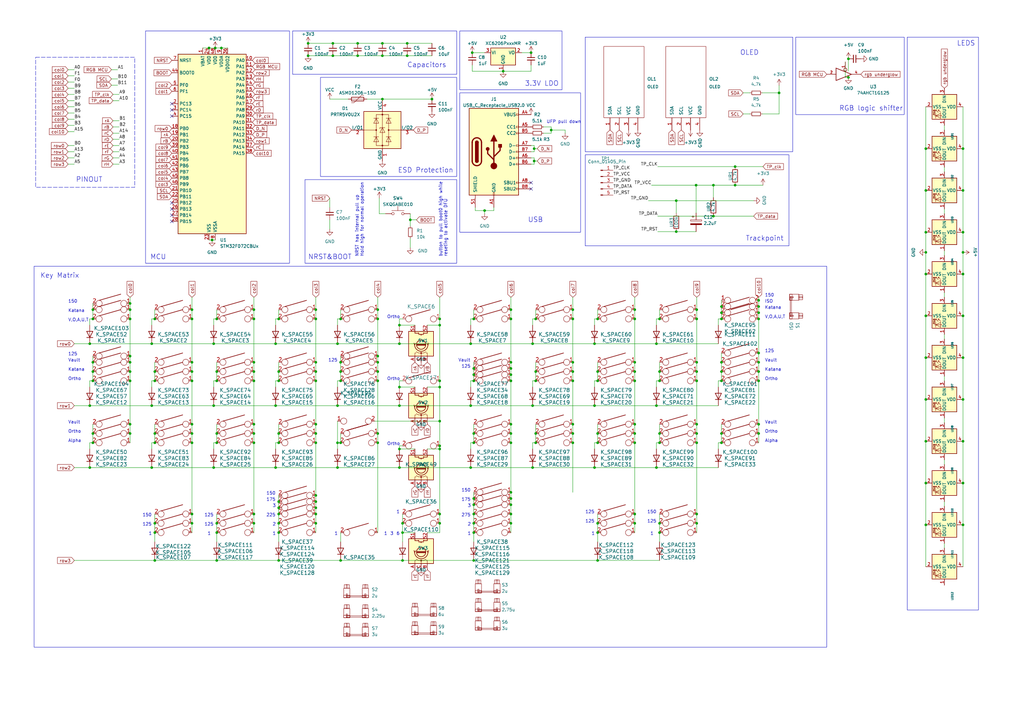
<source format=kicad_sch>
(kicad_sch (version 20230121) (generator eeschema)
  (paper "A3")
  (junction (at 114.3 229.87))
  (junction (at 285.75 181.61))
  (junction (at 292.608 75.946))
  (junction (at 180.34 182.88))
  (junction (at 154.94 156.21))
  (junction (at 78.74 156.21))
  (junction (at 87.63 140.97))
  (junction (at 209.55 210.82))
  (junction (at 295.91 181.61))
  (junction (at 139.7 130.81))
  (junction (at 285.75 173.99))
  (junction (at 36.83 191.77))
  (junction (at 180.34 172.72))
  (junction (at 285.496 75.946))
  (junction (at 156.845 40.64))
  (junction (at 114.3 218.44))
  (junction (at 295.91 125.73))
  (junction (at 260.35 130.81))
  (junction (at 226.06 53.34))
  (junction (at 129.54 208.28))
  (junction (at 234.95 156.21))
  (junction (at 53.34 173.99))
  (junction (at 53.34 146.05))
  (junction (at 260.35 152.4))
  (junction (at 311.15 156.21))
  (junction (at 114.3 205.74))
  (junction (at 194.31 177.8))
  (junction (at 219.075 66.04))
  (junction (at 285.75 156.21))
  (junction (at 126.365 22.86))
  (junction (at 209.55 204.47))
  (junction (at 63.5 130.81))
  (junction (at 163.83 191.77))
  (junction (at 104.14 152.4))
  (junction (at 219.71 152.4))
  (junction (at 88.9 177.8))
  (junction (at 295.91 148.59))
  (junction (at 379.73 198.12))
  (junction (at 154.94 130.81))
  (junction (at 85.725 19.685))
  (junction (at 219.075 60.96))
  (junction (at 154.94 181.61))
  (junction (at 165.1 218.44))
  (junction (at 154.94 177.8))
  (junction (at 53.34 127))
  (junction (at 104.14 214.63))
  (junction (at 38.1 181.61))
  (junction (at 234.95 152.4))
  (junction (at 217.805 21.59))
  (junction (at 38.1 130.81))
  (junction (at 180.34 210.82))
  (junction (at 394.97 60.96))
  (junction (at 90.805 19.685))
  (junction (at 78.74 127))
  (junction (at 38.1 152.4))
  (junction (at 270.51 177.8))
  (junction (at 156.845 22.86))
  (junction (at 129.54 152.4))
  (junction (at 53.34 130.81))
  (junction (at 129.54 127))
  (junction (at 62.23 140.97))
  (junction (at 88.265 19.685))
  (junction (at 104.14 148.59))
  (junction (at 104.14 130.81))
  (junction (at 62.23 166.37))
  (junction (at 269.24 140.97))
  (junction (at 194.31 210.82))
  (junction (at 260.35 173.99))
  (junction (at 209.55 153.67))
  (junction (at 295.91 128.27))
  (junction (at 163.83 184.15))
  (junction (at 285.75 127))
  (junction (at 113.03 140.97))
  (junction (at 347.98 24.13))
  (junction (at 379.73 163.83))
  (junction (at 209.55 173.99))
  (junction (at 104.14 181.61))
  (junction (at 379.73 112.395))
  (junction (at 63.5 229.87))
  (junction (at 129.54 173.99))
  (junction (at 270.51 181.61))
  (junction (at 114.3 152.4))
  (junction (at 78.74 177.8))
  (junction (at 234.95 148.59))
  (junction (at 86.995 98.425))
  (junction (at 136.525 17.78))
  (junction (at 129.54 130.81))
  (junction (at 139.7 229.87))
  (junction (at 63.5 156.21))
  (junction (at 154.94 127))
  (junction (at 292.608 88.646))
  (junction (at 379.73 78.105))
  (junction (at 285.75 210.82))
  (junction (at 209.55 201.93))
  (junction (at 38.1 177.8))
  (junction (at 311.15 130.81))
  (junction (at 139.7 148.59))
  (junction (at 113.03 166.37))
  (junction (at 129.54 156.21))
  (junction (at 218.44 166.37))
  (junction (at 394.97 215.265))
  (junction (at 62.23 191.77))
  (junction (at 379.73 60.96))
  (junction (at 104.14 156.21))
  (junction (at 260.35 210.82))
  (junction (at 53.34 156.21))
  (junction (at 295.91 156.21))
  (junction (at 193.04 166.37))
  (junction (at 114.3 214.63))
  (junction (at 234.95 173.99))
  (junction (at 245.11 229.87))
  (junction (at 379.73 215.265))
  (junction (at 38.1 156.21))
  (junction (at 194.31 151.13))
  (junction (at 53.34 124.46))
  (junction (at 219.71 181.61))
  (junction (at 260.35 148.59))
  (junction (at 301.498 68.326))
  (junction (at 379.73 146.685))
  (junction (at 146.685 17.78))
  (junction (at 311.15 148.59))
  (junction (at 78.74 152.4))
  (junction (at 114.3 181.61))
  (junction (at 180.34 214.63))
  (junction (at 78.74 210.82))
  (junction (at 114.3 208.28))
  (junction (at 285.75 214.63))
  (junction (at 260.35 214.63))
  (junction (at 193.675 21.59))
  (junction (at 129.54 177.8))
  (junction (at 270.51 152.4))
  (junction (at 114.3 130.81))
  (junction (at 311.15 125.73))
  (junction (at 260.35 127))
  (junction (at 78.74 130.81))
  (junction (at 180.34 130.81))
  (junction (at 311.15 128.27))
  (junction (at 206.375 29.21))
  (junction (at 243.84 166.37))
  (junction (at 218.44 140.97))
  (junction (at 163.83 158.75))
  (junction (at 139.7 181.61))
  (junction (at 154.94 148.59))
  (junction (at 88.9 218.44))
  (junction (at 163.83 166.37))
  (junction (at 139.7 156.21))
  (junction (at 114.3 210.82))
  (junction (at 88.9 130.81))
  (junction (at 209.55 156.21))
  (junction (at 138.43 191.77))
  (junction (at 270.51 218.44))
  (junction (at 88.9 229.87))
  (junction (at 194.31 153.67))
  (junction (at 53.34 148.59))
  (junction (at 285.75 152.4))
  (junction (at 194.31 218.44))
  (junction (at 63.5 177.8))
  (junction (at 154.94 146.05))
  (junction (at 219.71 177.8))
  (junction (at 209.55 151.13))
  (junction (at 36.83 140.97))
  (junction (at 88.9 214.63))
  (junction (at 139.7 152.4))
  (junction (at 129.54 214.63))
  (junction (at 63.5 214.63))
  (junction (at 167.005 22.86))
  (junction (at 209.55 127))
  (junction (at 129.54 210.82))
  (junction (at 194.31 214.63))
  (junction (at 194.31 229.87))
  (junction (at 53.34 152.4))
  (junction (at 209.55 177.8))
  (junction (at 180.34 156.21))
  (junction (at 269.24 166.37))
  (junction (at 63.5 218.44))
  (junction (at 177.165 40.64))
  (junction (at 129.54 203.2))
  (junction (at 78.74 148.59))
  (junction (at 394.97 180.975))
  (junction (at 379.73 103.505))
  (junction (at 114.3 177.8))
  (junction (at 163.83 140.97))
  (junction (at 138.43 166.37))
  (junction (at 53.34 177.8))
  (junction (at 38.1 148.59))
  (junction (at 394.97 198.12))
  (junction (at 234.95 177.8))
  (junction (at 245.11 214.63))
  (junction (at 295.91 152.4))
  (junction (at 394.97 129.54))
  (junction (at 194.31 207.01))
  (junction (at 194.31 204.47))
  (junction (at 194.31 181.61))
  (junction (at 245.11 181.61))
  (junction (at 285.75 148.59))
  (junction (at 260.35 181.61))
  (junction (at 285.75 177.8))
  (junction (at 154.94 152.4))
  (junction (at 219.71 156.21))
  (junction (at 136.525 22.86))
  (junction (at 193.04 140.97))
  (junction (at 295.91 130.81))
  (junction (at 347.98 31.75))
  (junction (at 379.73 129.54))
  (junction (at 87.63 166.37))
  (junction (at 63.5 181.61))
  (junction (at 78.74 181.61))
  (junction (at 394.97 146.685))
  (junction (at 193.04 191.77))
  (junction (at 209.55 181.61))
  (junction (at 138.43 140.97))
  (junction (at 311.15 173.99))
  (junction (at 180.34 133.35))
  (junction (at 301.498 75.946))
  (junction (at 194.31 130.81))
  (junction (at 88.9 152.4))
  (junction (at 38.1 127))
  (junction (at 168.275 90.17))
  (junction (at 104.14 127))
  (junction (at 209.55 148.59))
  (junction (at 138.43 181.61))
  (junction (at 146.685 22.86))
  (junction (at 277.368 82.296))
  (junction (at 156.845 17.78))
  (junction (at 88.9 181.61))
  (junction (at 165.1 229.87))
  (junction (at 394.97 112.395))
  (junction (at 277.368 94.996))
  (junction (at 198.755 86.36))
  (junction (at 319.532 38.1))
  (junction (at 129.54 205.74))
  (junction (at 209.55 214.63))
  (junction (at 167.005 17.78))
  (junction (at 394.97 163.83))
  (junction (at 36.83 166.37))
  (junction (at 114.3 156.21))
  (junction (at 165.1 214.63))
  (junction (at 194.31 156.21))
  (junction (at 394.97 103.505))
  (junction (at 311.15 177.8))
  (junction (at 245.11 218.44))
  (junction (at 311.15 123.19))
  (junction (at 180.34 158.75))
  (junction (at 311.15 152.4))
  (junction (at 245.11 156.21))
  (junction (at 63.5 152.4))
  (junction (at 234.95 181.61))
  (junction (at 379.73 180.975))
  (junction (at 245.11 152.4))
  (junction (at 129.54 181.61))
  (junction (at 379.73 95.25))
  (junction (at 87.63 191.77))
  (junction (at 126.365 17.78))
  (junction (at 245.11 130.81))
  (junction (at 245.11 177.8))
  (junction (at 234.95 127))
  (junction (at 270.51 156.21))
  (junction (at 180.34 184.15))
  (junction (at 104.14 173.99))
  (junction (at 78.74 214.63))
  (junction (at 218.44 191.77))
  (junction (at 104.14 177.8))
  (junction (at 129.54 148.59))
  (junction (at 260.35 156.21))
  (junction (at 269.24 191.77))
  (junction (at 270.51 214.63))
  (junction (at 243.84 140.97))
  (junction (at 88.9 156.21))
  (junction (at 270.51 130.81))
  (junction (at 394.97 95.25))
  (junction (at 113.03 191.77))
  (junction (at 209.55 130.81))
  (junction (at 209.55 207.01))
  (junction (at 394.97 78.105))
  (junction (at 78.74 173.99))
  (junction (at 260.35 177.8))
  (junction (at 234.95 130.81))
  (junction (at 295.91 177.8))
  (junction (at 243.84 191.77))
  (junction (at 219.71 130.81))
  (junction (at 163.83 133.35))
  (junction (at 104.14 210.82))
  (junction (at 285.75 130.81))
  (junction (at 311.15 144.78))
  (no_connect (at 217.805 77.47))
  (no_connect (at 70.485 42.545))
  (no_connect (at 70.485 45.085))
  (no_connect (at 70.485 85.725))
  (no_connect (at 217.805 74.93))
  (no_connect (at 70.485 90.805))
  (no_connect (at 70.485 47.625))
  (no_connect (at 70.485 88.265))
  (no_connect (at 70.485 83.185))
  (wire (pts (xy 213.995 21.59) (xy 217.805 21.59)))
  (wire (pts (xy 85.725 19.685) (xy 88.265 19.685)))
  (wire (pts (xy 209.55 177.8) (xy 209.55 181.61)))
  (wire (pts (xy 319.532 38.1) (xy 319.532 46.736)))
  (wire (pts (xy 168.275 87.63) (xy 168.275 90.17)))
  (wire (pts (xy 193.04 130.81) (xy 193.04 133.35)))
  (wire (pts (xy 243.84 140.97) (xy 269.24 140.97)))
  (wire (pts (xy 379.73 112.395) (xy 379.73 129.54)))
  (wire (pts (xy 156.845 22.86) (xy 167.005 22.86)))
  (wire (pts (xy 180.34 133.35) (xy 180.34 130.81)))
  (wire (pts (xy 175.26 218.44) (xy 180.34 218.44)))
  (wire (pts (xy 78.74 177.8) (xy 78.74 173.99)))
  (wire (pts (xy 219.71 156.21) (xy 218.44 156.21)))
  (wire (pts (xy 53.34 152.4) (xy 53.34 148.59)))
  (wire (pts (xy 78.74 148.59) (xy 78.74 130.81)))
  (wire (pts (xy 218.44 130.81) (xy 218.44 133.35)))
  (wire (pts (xy 87.63 130.81) (xy 87.63 133.35)))
  (wire (pts (xy 87.63 191.77) (xy 113.03 191.77)))
  (wire (pts (xy 226.06 53.34) (xy 226.06 52.07)))
  (wire (pts (xy 154.94 148.59) (xy 154.94 152.4)))
  (wire (pts (xy 219.71 173.99) (xy 219.71 177.8)))
  (wire (pts (xy 114.3 229.87) (xy 139.7 229.87)))
  (wire (pts (xy 379.73 163.83) (xy 379.73 180.975)))
  (wire (pts (xy 86.995 98.425) (xy 88.265 98.425)))
  (wire (pts (xy 193.675 21.59) (xy 198.755 21.59)))
  (wire (pts (xy 311.15 148.59) (xy 311.15 144.78)))
  (wire (pts (xy 30.48 166.37) (xy 36.83 166.37)))
  (wire (pts (xy 163.83 156.21) (xy 163.83 158.75)))
  (wire (pts (xy 180.34 121.92) (xy 180.34 130.81)))
  (wire (pts (xy 319.532 35.052) (xy 319.532 38.1)))
  (wire (pts (xy 114.3 210.82) (xy 114.3 214.63)))
  (wire (pts (xy 285.75 210.82) (xy 285.75 214.63)))
  (wire (pts (xy 194.31 173.99) (xy 194.31 177.8)))
  (wire (pts (xy 294.64 181.61) (xy 294.64 184.15)))
  (wire (pts (xy 379.73 180.975) (xy 379.73 198.12)))
  (wire (pts (xy 62.23 181.61) (xy 62.23 184.15)))
  (wire (pts (xy 63.5 214.63) (xy 63.5 218.44)))
  (wire (pts (xy 88.9 229.87) (xy 114.3 229.87)))
  (wire (pts (xy 114.3 156.21) (xy 113.03 156.21)))
  (wire (pts (xy 285.496 75.946) (xy 292.608 75.946)))
  (wire (pts (xy 156.845 17.78) (xy 167.005 17.78)))
  (wire (pts (xy 243.84 156.21) (xy 243.84 158.75)))
  (wire (pts (xy 379.73 43.815) (xy 379.73 60.96)))
  (wire (pts (xy 62.23 140.97) (xy 87.63 140.97)))
  (wire (pts (xy 260.35 181.61) (xy 260.35 210.82)))
  (wire (pts (xy 245.11 152.4) (xy 245.11 156.21)))
  (wire (pts (xy 294.64 130.81) (xy 294.64 133.35)))
  (wire (pts (xy 36.83 181.61) (xy 36.83 184.15)))
  (wire (pts (xy 27.94 64.77) (xy 30.48 64.77)))
  (wire (pts (xy 46.355 62.23) (xy 48.895 62.23)))
  (wire (pts (xy 198.755 86.36) (xy 202.565 86.36)))
  (wire (pts (xy 88.9 156.21) (xy 87.63 156.21)))
  (wire (pts (xy 277.368 82.296) (xy 309.118 82.296)))
  (wire (pts (xy 114.3 173.99) (xy 114.3 177.8)))
  (wire (pts (xy 311.15 173.99) (xy 311.15 156.21)))
  (wire (pts (xy 114.3 181.61) (xy 113.03 181.61)))
  (wire (pts (xy 46.355 52.07) (xy 48.895 52.07)))
  (wire (pts (xy 113.03 166.37) (xy 138.43 166.37)))
  (wire (pts (xy 175.26 184.15) (xy 180.34 184.15)))
  (wire (pts (xy 129.54 181.61) (xy 129.54 203.2)))
  (wire (pts (xy 163.83 191.77) (xy 193.04 191.77)))
  (wire (pts (xy 83.185 19.685) (xy 85.725 19.685)))
  (wire (pts (xy 129.54 205.74) (xy 129.54 208.28)))
  (wire (pts (xy 387.35 120.015) (xy 387.35 121.92)))
  (wire (pts (xy 90.805 19.685) (xy 93.345 19.685)))
  (wire (pts (xy 379.73 215.265) (xy 379.73 232.41)))
  (wire (pts (xy 63.5 173.99) (xy 63.5 177.8)))
  (wire (pts (xy 219.71 130.81) (xy 218.44 130.81)))
  (wire (pts (xy 53.34 173.99) (xy 53.34 177.8)))
  (wire (pts (xy 78.74 121.92) (xy 78.74 127)))
  (wire (pts (xy 295.91 177.8) (xy 295.91 181.61)))
  (wire (pts (xy 167.005 22.86) (xy 177.165 22.86)))
  (wire (pts (xy 379.73 95.25) (xy 379.73 103.505)))
  (wire (pts (xy 245.11 173.99) (xy 245.11 177.8)))
  (wire (pts (xy 78.74 173.99) (xy 78.74 156.21)))
  (wire (pts (xy 260.35 148.59) (xy 260.35 130.81)))
  (wire (pts (xy 301.498 68.326) (xy 312.928 68.326)))
  (wire (pts (xy 217.805 26.67) (xy 217.805 29.21)))
  (wire (pts (xy 163.83 182.88) (xy 165.1 182.88)))
  (wire (pts (xy 168.275 97.79) (xy 168.275 101.6)))
  (wire (pts (xy 234.95 130.81) (xy 234.95 148.59)))
  (wire (pts (xy 269.748 68.326) (xy 301.498 68.326)))
  (wire (pts (xy 245.11 210.82) (xy 245.11 214.63)))
  (wire (pts (xy 27.94 28.575) (xy 30.48 28.575)))
  (wire (pts (xy 234.95 127) (xy 234.95 130.81)))
  (wire (pts (xy 63.5 156.21) (xy 62.23 156.21)))
  (wire (pts (xy 394.97 103.505) (xy 394.97 112.395)))
  (wire (pts (xy 36.83 140.97) (xy 62.23 140.97)))
  (wire (pts (xy 387.35 154.305) (xy 387.35 156.21)))
  (wire (pts (xy 165.1 218.44) (xy 170.18 218.44)))
  (wire (pts (xy 136.525 17.78) (xy 146.685 17.78)))
  (wire (pts (xy 387.35 222.885) (xy 387.35 224.79)))
  (wire (pts (xy 88.9 210.82) (xy 88.9 214.63)))
  (wire (pts (xy 126.365 22.86) (xy 136.525 22.86)))
  (wire (pts (xy 154.94 152.4) (xy 154.94 156.21)))
  (wire (pts (xy 285.75 177.8) (xy 285.75 173.99)))
  (wire (pts (xy 63.5 152.4) (xy 63.5 156.21)))
  (wire (pts (xy 311.15 156.21) (xy 311.15 152.4)))
  (wire (pts (xy 245.11 127) (xy 245.11 130.81)))
  (wire (pts (xy 194.31 151.13) (xy 194.31 153.67)))
  (wire (pts (xy 156.845 40.64) (xy 177.165 40.64)))
  (wire (pts (xy 53.34 177.8) (xy 53.34 181.61)))
  (wire (pts (xy 46.355 67.31) (xy 48.895 67.31)))
  (wire (pts (xy 63.5 148.59) (xy 63.5 152.4)))
  (wire (pts (xy 219.71 177.8) (xy 219.71 181.61)))
  (wire (pts (xy 269.24 156.21) (xy 269.24 158.75)))
  (wire (pts (xy 218.44 166.37) (xy 243.84 166.37)))
  (wire (pts (xy 129.54 208.28) (xy 129.54 210.82)))
  (wire (pts (xy 30.48 191.77) (xy 36.83 191.77)))
  (wire (pts (xy 135.255 40.64) (xy 142.875 40.64)))
  (wire (pts (xy 219.075 67.31) (xy 219.075 66.04)))
  (wire (pts (xy 245.11 156.21) (xy 243.84 156.21)))
  (wire (pts (xy 46.355 59.69) (xy 48.895 59.69)))
  (wire (pts (xy 394.97 60.96) (xy 394.97 78.105)))
  (wire (pts (xy 311.15 152.4) (xy 311.15 148.59)))
  (wire (pts (xy 219.71 152.4) (xy 219.71 156.21)))
  (wire (pts (xy 260.35 156.21) (xy 260.35 152.4)))
  (wire (pts (xy 311.15 125.73) (xy 311.15 128.27)))
  (wire (pts (xy 311.15 181.61) (xy 311.15 177.8)))
  (wire (pts (xy 311.15 128.27) (xy 311.15 130.81)))
  (wire (pts (xy 129.54 173.99) (xy 129.54 156.21)))
  (wire (pts (xy 270.51 181.61) (xy 269.24 181.61)))
  (wire (pts (xy 104.14 152.4) (xy 104.14 148.59)))
  (wire (pts (xy 165.1 156.21) (xy 163.83 156.21)))
  (wire (pts (xy 104.14 173.99) (xy 104.14 156.21)))
  (wire (pts (xy 163.83 130.81) (xy 163.83 133.35)))
  (wire (pts (xy 180.34 172.72) (xy 180.34 182.88)))
  (wire (pts (xy 209.55 151.13) (xy 209.55 153.67)))
  (wire (pts (xy 139.7 229.87) (xy 165.1 229.87)))
  (wire (pts (xy 245.11 214.63) (xy 245.11 218.44)))
  (wire (pts (xy 194.31 148.59) (xy 194.31 151.13)))
  (wire (pts (xy 104.14 181.61) (xy 104.14 210.82)))
  (wire (pts (xy 27.94 51.435) (xy 30.48 51.435)))
  (wire (pts (xy 104.14 214.63) (xy 104.14 218.44)))
  (wire (pts (xy 27.94 43.815) (xy 30.48 43.815)))
  (wire (pts (xy 163.83 182.88) (xy 163.83 184.15)))
  (wire (pts (xy 285.75 152.4) (xy 285.75 148.59)))
  (wire (pts (xy 394.97 95.25) (xy 394.97 103.505)))
  (wire (pts (xy 387.35 85.725) (xy 387.35 87.63)))
  (wire (pts (xy 219.075 66.04) (xy 220.345 66.04)))
  (wire (pts (xy 129.54 210.82) (xy 129.54 214.63)))
  (wire (pts (xy 295.91 181.61) (xy 294.64 181.61)))
  (wire (pts (xy 379.73 146.685) (xy 379.73 163.83)))
  (wire (pts (xy 234.95 181.61) (xy 234.95 201.93)))
  (wire (pts (xy 163.83 166.37) (xy 193.04 166.37)))
  (wire (pts (xy 245.11 218.44) (xy 245.11 222.25)))
  (wire (pts (xy 114.3 208.28) (xy 114.3 210.82)))
  (wire (pts (xy 260.35 152.4) (xy 260.35 148.59)))
  (wire (pts (xy 114.3 130.81) (xy 113.03 130.81)))
  (wire (pts (xy 194.31 201.93) (xy 194.31 204.47)))
  (wire (pts (xy 46.355 41.275) (xy 48.895 41.275)))
  (wire (pts (xy 269.24 140.97) (xy 294.64 140.97)))
  (wire (pts (xy 209.55 201.93) (xy 209.55 204.47)))
  (wire (pts (xy 139.7 177.8) (xy 139.7 181.61)))
  (wire (pts (xy 46.355 57.15) (xy 48.895 57.15)))
  (wire (pts (xy 260.35 177.8) (xy 260.35 173.99)))
  (wire (pts (xy 260.35 181.61) (xy 260.35 177.8)))
  (wire (pts (xy 139.7 127) (xy 139.7 130.81)))
  (wire (pts (xy 394.97 163.83) (xy 394.97 180.975)))
  (wire (pts (xy 312.674 46.736) (xy 319.532 46.736)))
  (wire (pts (xy 194.945 85.09) (xy 194.945 86.36)))
  (wire (pts (xy 295.91 144.78) (xy 295.91 148.59)))
  (wire (pts (xy 217.805 62.23) (xy 219.075 62.23)))
  (wire (pts (xy 104.14 181.61) (xy 104.14 177.8)))
  (wire (pts (xy 78.74 152.4) (xy 78.74 148.59)))
  (wire (pts (xy 63.5 177.8) (xy 63.5 181.61)))
  (wire (pts (xy 270.51 148.59) (xy 270.51 152.4)))
  (wire (pts (xy 27.94 48.895) (xy 30.48 48.895)))
  (wire (pts (xy 219.075 60.96) (xy 219.075 62.23)))
  (wire (pts (xy 104.14 127) (xy 104.14 130.81)))
  (wire (pts (xy 219.075 59.69) (xy 219.075 60.96)))
  (wire (pts (xy 267.208 75.946) (xy 285.496 75.946)))
  (wire (pts (xy 53.34 148.59) (xy 53.34 146.05)))
  (wire (pts (xy 114.3 203.2) (xy 114.3 205.74)))
  (wire (pts (xy 270.51 173.99) (xy 270.51 177.8)))
  (wire (pts (xy 135.255 90.17) (xy 135.255 93.98)))
  (wire (pts (xy 78.74 181.61) (xy 78.74 177.8)))
  (wire (pts (xy 46.355 38.735) (xy 48.895 38.735)))
  (wire (pts (xy 153.67 172.72) (xy 180.34 172.72)))
  (wire (pts (xy 311.15 121.92) (xy 311.15 123.19)))
  (wire (pts (xy 219.71 127) (xy 219.71 130.81)))
  (wire (pts (xy 180.34 133.35) (xy 180.34 156.21)))
  (wire (pts (xy 62.23 191.77) (xy 87.63 191.77)))
  (wire (pts (xy 27.94 46.355) (xy 30.48 46.355)))
  (wire (pts (xy 136.525 22.86) (xy 146.685 22.86)))
  (wire (pts (xy 146.685 17.78) (xy 156.845 17.78)))
  (wire (pts (xy 193.04 156.21) (xy 193.04 158.75)))
  (wire (pts (xy 126.365 17.78) (xy 136.525 17.78)))
  (wire (pts (xy 113.03 140.97) (xy 138.43 140.97)))
  (wire (pts (xy 155.575 81.28) (xy 155.575 87.63)))
  (wire (pts (xy 165.1 218.44) (xy 165.1 222.25)))
  (wire (pts (xy 114.3 214.63) (xy 114.3 218.44)))
  (wire (pts (xy 194.31 218.44) (xy 194.31 222.25)))
  (wire (pts (xy 165.1 214.63) (xy 165.1 218.44)))
  (wire (pts (xy 234.95 152.4) (xy 234.95 156.21)))
  (wire (pts (xy 226.06 54.61) (xy 226.06 53.34)))
  (wire (pts (xy 53.34 146.05) (xy 53.34 130.81)))
  (wire (pts (xy 219.71 148.59) (xy 219.71 152.4)))
  (wire (pts (xy 180.34 182.88) (xy 180.34 184.15)))
  (wire (pts (xy 113.03 181.61) (xy 113.03 184.15)))
  (wire (pts (xy 138.43 130.81) (xy 138.43 133.35)))
  (wire (pts (xy 165.1 229.87) (xy 194.31 229.87)))
  (wire (pts (xy 27.94 53.975) (xy 30.48 53.975)))
  (wire (pts (xy 193.675 26.67) (xy 193.675 29.21)))
  (wire (pts (xy 45.72 32.385) (xy 48.26 32.385)))
  (wire (pts (xy 387.35 68.58) (xy 387.35 70.485)))
  (wire (pts (xy 138.43 191.77) (xy 163.83 191.77)))
  (wire (pts (xy 114.3 148.59) (xy 114.3 152.4)))
  (wire (pts (xy 260.35 121.92) (xy 260.35 127)))
  (wire (pts (xy 150.495 40.64) (xy 156.845 40.64)))
  (wire (pts (xy 311.15 177.8) (xy 311.15 173.99)))
  (wire (pts (xy 285.75 148.59) (xy 285.75 130.81)))
  (wire (pts (xy 114.3 152.4) (xy 114.3 156.21)))
  (wire (pts (xy 38.1 124.46) (xy 38.1 127)))
  (wire (pts (xy 30.48 229.87) (xy 63.5 229.87)))
  (wire (pts (xy 295.91 148.59) (xy 295.91 152.4)))
  (wire (pts (xy 53.34 156.21) (xy 53.34 173.99)))
  (wire (pts (xy 347.98 31.75) (xy 346.71 31.75)))
  (wire (pts (xy 155.575 87.63) (xy 158.115 87.63)))
  (wire (pts (xy 234.95 173.99) (xy 234.95 177.8)))
  (wire (pts (xy 218.44 156.21) (xy 218.44 158.75)))
  (wire (pts (xy 294.64 156.21) (xy 294.64 158.75)))
  (wire (pts (xy 53.34 127) (xy 53.34 130.81)))
  (wire (pts (xy 63.5 210.82) (xy 63.5 214.63)))
  (wire (pts (xy 270.51 130.81) (xy 269.24 130.81)))
  (wire (pts (xy 129.54 203.2) (xy 129.54 205.74)))
  (wire (pts (xy 270.51 210.82) (xy 270.51 214.63)))
  (wire (pts (xy 38.1 148.59) (xy 38.1 152.4)))
  (wire (pts (xy 114.3 218.44) (xy 114.3 222.25)))
  (wire (pts (xy 218.44 140.97) (xy 243.84 140.97)))
  (wire (pts (xy 198.755 87.63) (xy 198.755 86.36)))
  (wire (pts (xy 88.9 152.4) (xy 88.9 156.21)))
  (wire (pts (xy 129.54 148.59) (xy 129.54 130.81)))
  (wire (pts (xy 180.34 214.63) (xy 180.34 218.44)))
  (wire (pts (xy 285.496 75.946) (xy 285.496 87.376)))
  (wire (pts (xy 38.1 156.21) (xy 36.83 156.21)))
  (wire (pts (xy 209.55 214.63) (xy 209.55 218.44)))
  (wire (pts (xy 194.31 127) (xy 194.31 130.81)))
  (wire (pts (xy 63.5 130.81) (xy 62.23 130.81)))
  (wire (pts (xy 194.31 229.87) (xy 245.11 229.87)))
  (wire (pts (xy 292.608 75.946) (xy 301.498 75.946)))
  (wire (pts (xy 194.31 153.67) (xy 194.31 156.21)))
  (wire (pts (xy 269.748 94.996) (xy 277.368 94.996)))
  (wire (pts (xy 87.63 181.61) (xy 87.63 184.15)))
  (wire (pts (xy 63.5 218.44) (xy 63.5 222.25)))
  (wire (pts (xy 209.55 156.21) (xy 209.55 153.67)))
  (wire (pts (xy 312.674 38.1) (xy 319.532 38.1)))
  (wire (pts (xy 46.355 64.77) (xy 48.895 64.77)))
  (wire (pts (xy 218.44 191.77) (xy 243.84 191.77)))
  (wire (pts (xy 295.91 156.21) (xy 294.64 156.21)))
  (wire (pts (xy 193.04 166.37) (xy 218.44 166.37)))
  (wire (pts (xy 193.04 191.77) (xy 218.44 191.77)))
  (wire (pts (xy 63.5 127) (xy 63.5 130.81)))
  (wire (pts (xy 394.97 129.54) (xy 394.97 146.685)))
  (wire (pts (xy 163.83 158.75) (xy 170.18 158.75)))
  (wire (pts (xy 209.55 210.82) (xy 209.55 214.63)))
  (wire (pts (xy 193.04 140.97) (xy 218.44 140.97)))
  (wire (pts (xy 269.24 181.61) (xy 269.24 184.15)))
  (wire (pts (xy 104.14 210.82) (xy 104.14 214.63)))
  (wire (pts (xy 46.355 49.53) (xy 48.895 49.53)))
  (wire (pts (xy 168.275 90.17) (xy 170.815 90.17)))
  (wire (pts (xy 285.75 121.92) (xy 285.75 127)))
  (wire (pts (xy 87.63 156.21) (xy 87.63 158.75)))
  (wire (pts (xy 88.9 181.61) (xy 87.63 181.61)))
  (wire (pts (xy 209.55 156.21) (xy 209.55 173.99)))
  (wire (pts (xy 38.1 177.8) (xy 38.1 181.61)))
  (wire (pts (xy 218.44 181.61) (xy 218.44 184.15)))
  (wire (pts (xy 27.94 38.735) (xy 30.48 38.735)))
  (wire (pts (xy 113.03 130.81) (xy 113.03 133.35)))
  (wire (pts (xy 346.71 31.75) (xy 346.71 25.4)))
  (wire (pts (xy 277.368 82.296) (xy 277.368 87.376)))
  (wire (pts (xy 27.94 33.655) (xy 30.48 33.655)))
  (wire (pts (xy 394.97 146.685) (xy 394.97 163.83)))
  (wire (pts (xy 270.51 127) (xy 270.51 130.81)))
  (wire (pts (xy 129.54 121.92) (xy 129.54 127)))
  (wire (pts (xy 193.04 181.61) (xy 193.04 184.15)))
  (wire (pts (xy 209.55 148.59) (xy 209.55 130.81)))
  (wire (pts (xy 234.95 156.21) (xy 234.95 173.99)))
  (wire (pts (xy 88.9 214.63) (xy 88.9 218.44)))
  (wire (pts (xy 78.74 210.82) (xy 78.74 214.63)))
  (wire (pts (xy 277.368 94.996) (xy 285.496 94.996)))
  (wire (pts (xy 88.265 19.685) (xy 90.805 19.685)))
  (wire (pts (xy 53.34 124.46) (xy 53.34 127)))
  (wire (pts (xy 180.34 158.75) (xy 180.34 156.21)))
  (wire (pts (xy 85.725 98.425) (xy 86.995 98.425)))
  (wire (pts (xy 295.91 152.4) (xy 295.91 156.21)))
  (wire (pts (xy 38.1 181.61) (xy 36.83 181.61)))
  (wire (pts (xy 88.9 177.8) (xy 88.9 181.61)))
  (wire (pts (xy 87.63 166.37) (xy 113.03 166.37)))
  (wire (pts (xy 243.84 191.77) (xy 269.24 191.77)))
  (wire (pts (xy 104.14 177.8) (xy 104.14 173.99)))
  (wire (pts (xy 231.775 53.34) (xy 231.775 54.61)))
  (wire (pts (xy 304.8 38.1) (xy 307.594 38.1)))
  (wire (pts (xy 36.83 191.77) (xy 62.23 191.77)))
  (wire (pts (xy 311.15 144.78) (xy 311.15 130.81)))
  (wire (pts (xy 194.31 177.8) (xy 194.31 181.61)))
  (wire (pts (xy 27.94 59.69) (xy 30.48 59.69)))
  (wire (pts (xy 209.55 127) (xy 209.55 130.81)))
  (wire (pts (xy 36.83 130.81) (xy 36.83 133.35)))
  (wire (pts (xy 387.35 102.87) (xy 387.35 104.775)))
  (wire (pts (xy 38.1 146.05) (xy 38.1 148.59)))
  (wire (pts (xy 129.54 127) (xy 129.54 130.81)))
  (wire (pts (xy 387.35 205.74) (xy 387.35 207.645)))
  (wire (pts (xy 154.94 156.21) (xy 154.94 177.8)))
  (wire (pts (xy 194.31 207.01) (xy 194.31 210.82)))
  (wire (pts (xy 219.075 64.77) (xy 219.075 66.04)))
  (wire (pts (xy 379.73 198.12) (xy 379.73 215.265)))
  (wire (pts (xy 387.35 51.435) (xy 387.35 53.34)))
  (wire (pts (xy 139.7 146.05) (xy 139.7 148.59)))
  (wire (pts (xy 270.51 177.8) (xy 270.51 181.61)))
  (wire (pts (xy 222.885 52.07) (xy 226.06 52.07)))
  (wire (pts (xy 394.97 198.12) (xy 394.97 215.265)))
  (wire (pts (xy 114.3 127) (xy 114.3 130.81)))
  (wire (pts (xy 234.95 148.59) (xy 234.95 152.4)))
  (wire (pts (xy 394.97 43.815) (xy 394.97 60.96)))
  (wire (pts (xy 217.805 59.69) (xy 219.075 59.69)))
  (wire (pts (xy 146.685 22.86) (xy 156.845 22.86)))
  (wire (pts (xy 114.3 205.74) (xy 114.3 208.28)))
  (wire (pts (xy 194.31 214.63) (xy 194.31 218.44)))
  (wire (pts (xy 167.005 17.78) (xy 177.165 17.78)))
  (wire (pts (xy 168.275 90.17) (xy 168.275 92.71)))
  (wire (pts (xy 285.75 214.63) (xy 285.75 218.44)))
  (wire (pts (xy 194.31 204.47) (xy 194.31 207.01)))
  (wire (pts (xy 304.8 46.736) (xy 307.594 46.736)))
  (wire (pts (xy 180.34 184.15) (xy 180.34 210.82)))
  (wire (pts (xy 113.03 156.21) (xy 113.03 158.75)))
  (wire (pts (xy 270.51 156.21) (xy 269.24 156.21)))
  (wire (pts (xy 38.1 152.4) (xy 38.1 156.21)))
  (wire (pts (xy 78.74 156.21) (xy 78.74 152.4)))
  (wire (pts (xy 139.7 156.21) (xy 138.43 156.21)))
  (wire (pts (xy 163.83 133.35) (xy 170.18 133.35)))
  (wire (pts (xy 245.11 148.59) (xy 245.11 152.4)))
  (wire (pts (xy 139.7 148.59) (xy 139.7 152.4)))
  (wire (pts (xy 30.48 140.97) (xy 36.83 140.97)))
  (wire (pts (xy 245.11 229.87) (xy 270.51 229.87)))
  (wire (pts (xy 194.31 130.81) (xy 193.04 130.81)))
  (wire (pts (xy 154.94 181.61) (xy 154.94 218.44)))
  (wire (pts (xy 394.97 112.395) (xy 394.97 129.54)))
  (wire (pts (xy 295.91 130.81) (xy 294.64 130.81)))
  (wire (pts (xy 113.03 191.77) (xy 138.43 191.77)))
  (wire (pts (xy 27.94 41.275) (xy 30.48 41.275)))
  (wire (pts (xy 285.75 127) (xy 285.75 130.81)))
  (wire (pts (xy 165.1 130.81) (xy 163.83 130.81)))
  (wire (pts (xy 260.35 214.63) (xy 260.35 218.44)))
  (wire (pts (xy 394.97 78.105) (xy 394.97 95.25)))
  (wire (pts (xy 217.805 64.77) (xy 219.075 64.77)))
  (wire (pts (xy 270.51 218.44) (xy 270.51 222.25)))
  (wire (pts (xy 285.75 156.21) (xy 285.75 152.4)))
  (wire (pts (xy 139.7 152.4) (xy 139.7 156.21)))
  (wire (pts (xy 194.945 86.36) (xy 198.755 86.36)))
  (wire (pts (xy 269.24 130.81) (xy 269.24 133.35)))
  (wire (pts (xy 78.74 214.63) (xy 78.74 218.44)))
  (wire (pts (xy 138.43 172.72) (xy 138.43 181.61)))
  (wire (pts (xy 36.83 156.21) (xy 36.83 158.75)))
  (wire (pts (xy 295.91 128.27) (xy 295.91 130.81)))
  (wire (pts (xy 292.608 75.946) (xy 292.608 81.026)))
  (wire (pts (xy 78.74 181.61) (xy 78.74 210.82)))
  (wire (pts (xy 87.63 140.97) (xy 113.03 140.97)))
  (wire (pts (xy 154.94 121.92) (xy 154.94 127)))
  (wire (pts (xy 88.9 173.99) (xy 88.9 177.8)))
  (wire (pts (xy 270.51 152.4) (xy 270.51 156.21)))
  (wire (pts (xy 301.498 75.946) (xy 312.928 75.946)))
  (wire (pts (xy 129.54 152.4) (xy 129.54 148.59)))
  (wire (pts (xy 139.7 181.61) (xy 138.43 181.61)))
  (wire (pts (xy 63.5 229.87) (xy 88.9 229.87)))
  (wire (pts (xy 175.26 133.35) (xy 180.34 133.35)))
  (wire (pts (xy 104.14 121.92) (xy 104.14 127)))
  (wire (pts (xy 379.73 129.54) (xy 379.73 146.685)))
  (wire (pts (xy 193.675 29.21) (xy 206.375 29.21)))
  (wire (pts (xy 209.55 204.47) (xy 209.55 207.01)))
  (wire (pts (xy 129.54 177.8) (xy 129.54 173.99)))
  (wire (pts (xy 154.94 181.61) (xy 154.94 177.8)))
  (wire (pts (xy 222.885 54.61) (xy 226.06 54.61)))
  (wire (pts (xy 194.31 156.21) (xy 193.04 156.21)))
  (wire (pts (xy 194.31 181.61) (xy 193.04 181.61)))
  (wire (pts (xy 379.73 78.105) (xy 379.73 95.25)))
  (wire (pts (xy 165.1 210.82) (xy 165.1 214.63)))
  (wire (pts (xy 226.06 53.34) (xy 231.775 53.34)))
  (wire (pts (xy 45.72 28.575) (xy 48.26 28.575)))
  (wire (pts (xy 27.94 67.31) (xy 30.48 67.31)))
  (wire (pts (xy 285.75 181.61) (xy 285.75 210.82)))
  (wire (pts (xy 180.34 210.82) (xy 180.34 214.63)))
  (wire (pts (xy 104.14 156.21) (xy 104.14 152.4)))
  (wire (pts (xy 53.34 121.92) (xy 53.34 124.46)))
  (wire (pts (xy 129.54 181.61) (xy 129.54 177.8)))
  (wire (pts (xy 269.24 191.77) (xy 294.64 191.77)))
  (wire (pts (xy 260.35 173.99) (xy 260.35 156.21)))
  (wire (pts (xy 387.35 137.16) (xy 387.35 139.065)))
  (wire (pts (xy 245.11 177.8) (xy 245.11 181.61)))
  (wire (pts (xy 209.55 173.99) (xy 209.55 177.8)))
  (wire (pts (xy 295.91 125.73) (xy 295.91 128.27)))
  (wire (pts (xy 209.55 121.92) (xy 209.55 127)))
  (wire (pts (xy 295.91 173.99) (xy 295.91 177.8)))
  (wire (pts (xy 265.938 82.296) (xy 277.368 82.296)))
  (wire (pts (xy 114.3 177.8) (xy 114.3 181.61)))
  (wire (pts (xy 285.75 173.99) (xy 285.75 156.21)))
  (wire (pts (xy 379.73 103.505) (xy 379.73 112.395)))
  (wire (pts (xy 53.34 156.21) (xy 53.34 152.4)))
  (wire (pts (xy 180.34 158.75) (xy 180.34 172.72)))
  (wire (pts (xy 104.14 148.59) (xy 104.14 130.81)))
  (wire (pts (xy 129.54 156.21) (xy 129.54 152.4)))
  (wire (pts (xy 88.9 130.81) (xy 87.63 130.81)))
  (wire (pts (xy 46.355 54.61) (xy 48.895 54.61)))
  (wire (pts (xy 347.98 24.13) (xy 347.98 29.21)))
  (wire (pts (xy 209.55 148.59) (xy 209.55 151.13)))
  (wire (pts (xy 27.94 36.195) (xy 30.48 36.195)))
  (wire (pts (xy 78.74 127) (xy 78.74 130.81)))
  (wire (pts (xy 62.23 130.81) (xy 62.23 133.35)))
  (wire (pts (xy 217.805 67.31) (xy 219.075 67.31)))
  (wire (pts (xy 209.55 207.01) (xy 209.55 210.82)))
  (wire (pts (xy 27.94 62.23) (xy 30.48 62.23)))
  (wire (pts (xy 129.54 214.63) (xy 129.54 218.44)))
  (wire (pts (xy 245.11 181.61) (xy 243.84 181.61)))
  (wire (pts (xy 163.83 140.97) (xy 193.04 140.97)))
  (wire (pts (xy 219.71 181.61) (xy 218.44 181.61)))
  (wire (pts (xy 269.748 88.646) (xy 292.608 88.646)))
  (wire (pts (xy 62.23 166.37) (xy 87.63 166.37)))
  (wire (pts (xy 139.7 218.44) (xy 139.7 222.25)))
  (wire (pts (xy 138.43 166.37) (xy 163.83 166.37)))
  (wire (pts (xy 234.95 121.92) (xy 234.95 127)))
  (wire (pts (xy 219.075 60.96) (xy 220.345 60.96)))
  (wire (pts (xy 243.84 166.37) (xy 269.24 166.37)))
  (wire (pts (xy 379.73 60.96) (xy 379.73 78.105)))
  (wire (pts (xy 38.1 127) (xy 38.1 130.81)))
  (wire (pts (xy 194.31 210.82) (xy 194.31 214.63)))
  (wire (pts (xy 245.11 130.81) (xy 243.84 130.81)))
  (wire (pts (xy 260.35 127) (xy 260.35 130.81)))
  (wire (pts (xy 163.83 184.15) (xy 170.18 184.15)))
  (wire (pts (xy 394.97 215.265) (xy 394.97 232.41)))
  (wire (pts (xy 139.7 130.81) (xy 138.43 130.81)))
  (wire (pts (xy 175.26 158.75) (xy 180.34 158.75)))
  (wire (pts (xy 38.1 173.99) (xy 38.1 177.8)))
  (wire (pts (xy 311.15 123.19) (xy 311.15 125.73)))
  (wire (pts (xy 38.1 130.81) (xy 36.83 130.81)))
  (wire (pts (xy 88.9 148.59) (xy 88.9 152.4)))
  (wire (pts (xy 135.255 81.28) (xy 135.255 85.09)))
  (wire (pts (xy 243.84 130.81) (xy 243.84 133.35)))
  (wire (pts (xy 269.24 166.37) (xy 294.64 166.37)))
  (wire (pts (xy 394.97 180.975) (xy 394.97 198.12)))
  (wire (pts (xy 45.72 34.925) (xy 48.26 34.925)))
  (wire (pts (xy 36.83 166.37) (xy 62.23 166.37)))
  (wire (pts (xy 154.94 127) (xy 154.94 130.81)))
  (wire (pts (xy 138.43 156.21) (xy 138.43 158.75)))
  (wire (pts (xy 154.94 146.05) (xy 154.94 148.59)))
  (wire (pts (xy 63.5 181.61) (xy 62.23 181.61)))
  (wire (pts (xy 387.35 188.595) (xy 387.35 190.5)))
  (wire (pts (xy 243.84 181.61) (xy 243.84 184.15)))
  (wire (pts (xy 138.43 181.61) (xy 138.43 184.15)))
  (wire (pts (xy 260.35 210.82) (xy 260.35 214.63)))
  (wire (pts (xy 154.94 146.05) (xy 154.94 130.81)))
  (wire (pts (xy 270.51 214.63) (xy 270.51 218.44)))
  (wire (pts (xy 88.9 127) (xy 88.9 130.81)))
  (wire (pts (xy 387.35 171.45) (xy 387.35 173.355)))
  (wire (pts (xy 206.375 29.21) (xy 217.805 29.21)))
  (wire (pts (xy 285.75 177.8) (xy 285.75 181.61)))
  (wire (pts (xy 295.91 123.19) (xy 295.91 125.73)))
  (wire (pts (xy 88.9 218.44) (xy 88.9 222.25)))
  (wire (pts (xy 292.608 88.646) (xy 309.118 88.646)))
  (wire (pts (xy 138.43 140.97) (xy 163.83 140.97)))
  (wire (pts (xy 62.23 156.21) (xy 62.23 158.75)))
  (wire (pts (xy 234.95 177.8) (xy 234.95 181.61)))
  (wire (pts (xy 27.94 31.115) (xy 30.48 31.115)))
  (wire (pts (xy 209.55 181.61) (xy 209.55 201.93)))
  (wire (pts (xy 202.565 86.36) (xy 202.565 85.09)))
  (rectangle (start 120.015 12.7) (end 187.325 30.48))
  (rectangle (start 326.39 15.24) (end 370.84 46.99))
  (rectangle (start 240.03 15.24) (end 325.12 62.23))
  (rectangle (start 240.03 63.5) (end 323.596 100.838))
  (rectangle (start 14.605 23.495) (end 55.245 76.835) (stroke (width 0) (type dash)))
  (rectangle (start 372.11 15.24) (end 401.32 250.19))
  (rectangle (start 188.595 38.1) (end 238.125 95.25))
  (rectangle (start 59.69 12.7) (end 118.745 107.95))
  (rectangle (start 188.595 12.7) (end 230.505 36.83))
  (rectangle (start 13.97 109.22) (end 339.09 265.43))
  (rectangle (start 131.445 31.75) (end 187.325 72.39))
  (rectangle (start 125.095 73.66) (end 187.325 107.95))
  (text "Katana" (at 313.69 152.4 0) (effects (font (size 1.27 1.27)) (justify left bottom)))
  (text "175\n" (at 189.23 205.74 0) (effects (font (size 1.27 1.27)) (justify left bottom)))
  (text "Ortho" (at 313.69 156.21 0) (effects (font (size 1.27 1.27)) (justify left bottom)))
  (text "2" (at 111.76 215.9 0) (effects (font (size 1.27 1.27)) (justify left bottom)))
  (text "125\n" (at 58.42 215.9 0) (effects (font (size 1.27 1.27)) (justify left bottom)))
  (text "150" (at 313.69 121.92 0) (effects (font (size 1.27 1.27)) (justify left bottom)))
  (text "150\n" (at 109.22 203.2 0) (effects (font (size 1.27 1.27)) (justify left bottom)))
  (text "LEDS" (at 392.43 19.05 0) (effects (font (size 2 2)) (justify left bottom)))
  (text "125" (at 313.69 144.78 0) (effects (font (size 1.27 1.27)) (justify left bottom)))
  (text "3" (at 111.76 208.28 0) (effects (font (size 1.27 1.27)) (justify left bottom)))
  (text "Key Matrix" (at 16.51 114.3 0) (effects (font (size 2 2)) (justify left bottom)))
  (text "3" (at 160.02 219.71 0) (effects (font (size 1.27 1.27)) (justify left bottom)))
  (text "Katana" (at 313.69 127 0) (effects (font (size 1.27 1.27)) (justify left bottom)))
  (text "1\n" (at 242.57 219.71 0) (effects (font (size 1.27 1.27)) (justify left bottom)))
  (text "Vault" (at 313.69 173.99 0) (effects (font (size 1.27 1.27)) (justify left bottom)))
  (text "150\n" (at 265.43 210.82 0) (effects (font (size 1.27 1.27)) (justify left bottom)))
  (text "125" (at 27.94 146.05 0) (effects (font (size 1.27 1.27)) (justify left bottom)))
  (text "Ortho" (at 313.69 177.8 0) (effects (font (size 1.27 1.27)) (justify left bottom)))
  (text "Ortho" (at 158.75 156.21 0) (effects (font (size 1.27 1.27)) (justify left bottom)))
  (text "NRST&BOOT" (at 126.365 106.68 0) (effects (font (size 2 2)) (justify left bottom)))
  (text "ISO" (at 313.69 124.46 0) (effects (font (size 1.27 1.27)) (justify left bottom)))
  (text "Alpha" (at 27.94 181.61 0) (effects (font (size 1.27 1.27)) (justify left bottom)))
  (text "Katana" (at 27.94 128.27 0) (effects (font (size 1.27 1.27)) (justify left bottom)))
  (text "button to pull boot0 high while \nreseting to activate DFU" (at 183.515 105.41 90) (effects (font (size 1.27 1.27)) (justify left bottom)))
  (text "Vault" (at 187.96 148.59 0) (effects (font (size 1.27 1.27)) (justify left bottom)))
  (text "125\n" (at 83.82 215.9 0) (effects (font (size 1.27 1.27)) (justify left bottom)))
  (text "RGB logic shifter" (at 344.17 45.72 0) (effects (font (size 2 2)) (justify left bottom)))
  (text "125\n" (at 240.03 210.82 0) (effects (font (size 1.27 1.27)) (justify left bottom)))
  (text "1\n" (at 60.96 219.71 0) (effects (font (size 1.27 1.27)) (justify left bottom)))
  (text "1\n" (at 85.09 219.71 0) (effects (font (size 1.27 1.27)) (justify left bottom)))
  (text "1\n" (at 266.7 219.71 0) (effects (font (size 1.27 1.27)) (justify left bottom)))
  (text "Ortho" (at 27.94 156.21 0) (effects (font (size 1.27 1.27)) (justify left bottom)))
  (text "1\n" (at 157.48 219.71 0) (effects (font (size 1.27 1.27)) (justify left bottom)))
  (text "Ortho" (at 27.94 177.8 0) (effects (font (size 1.27 1.27)) (justify left bottom)))
  (text "Vault" (at 313.69 148.59 0) (effects (font (size 1.27 1.27)) (justify left bottom)))
  (text "1\n" (at 111.76 219.71 0) (effects (font (size 1.27 1.27)) (justify left bottom)))
  (text "Trackpoint" (at 305.816 99.06 0) (effects (font (size 2 2)) (justify left bottom)))
  (text "ESD Protection" (at 163.195 71.12 0) (effects (font (size 2 2)) (justify left bottom)))
  (text "275" (at 189.23 212.09 0) (effects (font (size 1.27 1.27)) (justify left bottom)))
  (text "150\n" (at 58.42 212.09 0) (effects (font (size 1.27 1.27)) (justify left bottom)))
  (text "125" (at 134.62 148.59 0) (effects (font (size 1.27 1.27)) (justify left bottom)))
  (text "Katana" (at 27.94 152.4 0) (effects (font (size 1.27 1.27)) (justify left bottom)))
  (text "125" (at 189.23 151.13 0) (effects (font (size 1.27 1.27)) (justify left bottom)))
  (text "3.3V LDO" (at 215.265 35.56 0) (effects (font (size 2 2)) (justify left bottom)))
  (text "Ortho" (at 158.75 130.81 0) (effects (font (size 1.27 1.27)) (justify left bottom)))
  (text "V,O,A,U,T" (at 27.94 132.08 0) (effects (font (size 1.27 1.27)) (justify left bottom)))
  (text "6" (at 162.56 219.71 0) (effects (font (size 1.27 1.27)) (justify left bottom)))
  (text "Alpha" (at 313.69 181.61 0) (effects (font (size 1.27 1.27)) (justify left bottom)))
  (text "UFP pull down" (at 224.155 50.8 0) (effects (font (size 1.27 1.27)) (justify left bottom)))
  (text "V,O,A,U,T" (at 313.69 130.81 0) (effects (font (size 1.27 1.27)) (justify left bottom)))
  (text "175\n" (at 109.22 205.74 0) (effects (font (size 1.27 1.27)) (justify left bottom)))
  (text "1\n" (at 162.56 210.82 0) (effects (font (size 1.27 1.27)) (justify left bottom)))
  (text "150" (at 27.94 124.46 0) (effects (font (size 1.27 1.27)) (justify left bottom)))
  (text "USB" (at 216.535 91.44 0) (effects (font (size 2 2)) (justify left bottom)))
  (text "NRST has internal pull up\nHold high for normal operation" (at 149.225 105.41 90) (effects (font (size 1.27 1.27)) (justify left bottom)))
  (text "2" (at 191.77 215.9 0) (effects (font (size 1.27 1.27)) (justify left bottom)))
  (text "125\n" (at 265.43 214.63 0) (effects (font (size 1.27 1.27)) (justify left bottom)))
  (text "1\n" (at 191.77 219.71 0) (effects (font (size 1.27 1.27)) (justify left bottom)))
  (text "Ortho" (at 158.75 182.88 0) (effects (font (size 1.27 1.27)) (justify left bottom)))
  (text "MCU" (at 61.595 106.68 0) (effects (font (size 2 2)) (justify left bottom)))
  (text "PINOUT" (at 31.115 74.93 0) (effects (font (size 2 2)) (justify left bottom)))
  (text "3" (at 191.77 208.28 0) (effects (font (size 1.27 1.27)) (justify left bottom)))
  (text "125\n" (at 83.82 212.09 0) (effects (font (size 1.27 1.27)) (justify left bottom)))
  (text "OLED" (at 303.53 22.86 0) (effects (font (size 2 2)) (justify left bottom)))
  (text "Vault" (at 27.94 148.59 0) (effects (font (size 1.27 1.27)) (justify left bottom)))
  (text "150\n" (at 189.23 201.93 0) (effects (font (size 1.27 1.27)) (justify left bottom)))
  (text "125\n" (at 240.03 214.63 0) (effects (font (size 1.27 1.27)) (justify left bottom)))
  (text "Vault" (at 27.94 173.99 0) (effects (font (size 1.27 1.27)) (justify left bottom)))
  (text "1\n" (at 137.16 219.71 0) (effects (font (size 1.27 1.27)) (justify left bottom)))
  (text "Capacitors" (at 167.005 27.94 0) (effects (font (size 2 2)) (justify left bottom)))
  (text "225" (at 109.22 212.09 0) (effects (font (size 1.27 1.27)) (justify left bottom)))
  (label "B10" (at 48.26 32.385 0))
  (label "TP_CLK" (at 269.748 68.326 180))
  (label "F0" (at 30.48 33.655 0))
  (label "A15" (at 30.48 53.975 0))
  (label "TP_VCC" (at 267.208 75.946 180))
  (label "TP_RST" (at 251.46 80.01 0))
  (label "B4" (at 30.48 48.895 0))
  (label "TP_VCC" (at 251.46 72.39 0))
  (label "TP_CLK" (at 251.46 69.85 0))
  (label "A10" (at 48.895 41.275 0))
  (label "F1" (at 30.48 31.115 0))
  (label "B0" (at 30.48 59.69 0))
  (label "B11" (at 48.26 34.925 0))
  (label "A4" (at 48.895 64.77 0))
  (label "A0" (at 30.48 28.575 0))
  (label "B5" (at 30.48 46.355 0))
  (label "A7" (at 48.895 59.69 0))
  (label "B9" (at 30.48 36.195 0))
  (label "B1" (at 48.895 49.53 0))
  (label "B2" (at 48.895 52.07 0))
  (label "B6" (at 30.48 43.815 0))
  (label "A3" (at 48.895 67.31 0))
  (label "B3" (at 30.48 51.435 0))
  (label "TP_GND" (at 265.938 82.296 180))
  (label "A5" (at 30.48 67.31 0))
  (label "B8" (at 30.48 38.735 0))
  (label "TP_GND" (at 251.46 74.93 0))
  (label "TP_RST" (at 269.748 94.996 180))
  (label "TP_DATA" (at 269.748 88.646 180))
  (label "A2" (at 30.48 64.77 0))
  (label "A13" (at 30.48 62.23 0))
  (label "A8" (at 48.895 57.15 0))
  (label "A1" (at 48.26 28.575 0))
  (label "A6" (at 48.895 62.23 0))
  (label "TP_DATA" (at 251.46 77.47 0))
  (label "A14" (at 48.895 54.61 0))
  (label "A9" (at 48.895 38.735 0))
  (label "B7" (at 30.48 41.275 0))
  (global_label "row1" (shape input) (at 30.48 166.37 180) (property "Intersheetrefs" "${INTERSHEET_REFS}" (effects hide)))
  (global_label "col9" (shape input) (at 27.94 51.435 180) (property "Intersheetrefs" "${INTERSHEET_REFS}" (effects hide)))
  (global_label "rF" (shape input) (at 175.26 233.68 270) (property "Intersheetrefs" "${INTERSHEET_REFS}" (effects hide)))
  (global_label "SCL" (shape input) (at 45.72 32.385 180) (property "Intersheetrefs" "${INTERSHEET_REFS}" (effects hide)))
  (global_label "col6" (shape input) (at 209.55 121.92 90) (property "Intersheetrefs" "${INTERSHEET_REFS}" (effects hide)))
  (global_label "col10" (shape input) (at 311.15 121.92 90) (property "Intersheetrefs" "${INTERSHEET_REFS}" (effects hide)))
  (global_label "rG" (shape input) (at 103.505 34.925 0) (property "Intersheetrefs" "${INTERSHEET_REFS}" (effects hide)))
  (global_label "col4" (shape input) (at 154.94 121.92 90) (property "Intersheetrefs" "${INTERSHEET_REFS}" (effects hide)))
  (global_label "TP_data" (shape input) (at 103.505 50.165 0) (property "Intersheetrefs" "${INTERSHEET_REFS}" (effects hide)))
  (global_label "row0" (shape input) (at 27.94 59.69 180) (property "Intersheetrefs" "${INTERSHEET_REFS}" (effects hide)))
  (global_label "rC" (shape input) (at 170.18 173.99 270) (property "Intersheetrefs" "${INTERSHEET_REFS}" (effects hide)))
  (global_label "rgb underglow" (shape input) (at 387.35 36.195 90) (property "Intersheetrefs" "${INTERSHEET_REFS}" (effects hide)))
  (global_label "D_N" (shape input) (at 144.145 53.34 180) (property "Intersheetrefs" "${INTERSHEET_REFS}" (effects hide)))
  (global_label "col10" (shape input) (at 103.505 62.865 0) (property "Intersheetrefs" "${INTERSHEET_REFS}" (effects hide)))
  (global_label "col7" (shape input) (at 70.485 65.405 180) (property "Intersheetrefs" "${INTERSHEET_REFS}" (effects hide)))
  (global_label "col0" (shape input) (at 103.505 24.765 0) (property "Intersheetrefs" "${INTERSHEET_REFS}" (effects hide)))
  (global_label "rF" (shape input) (at 103.505 40.005 0) (property "Intersheetrefs" "${INTERSHEET_REFS}" (effects hide)))
  (global_label "BOOT" (shape input) (at 70.485 29.845 180) (property "Intersheetrefs" "${INTERSHEET_REFS}" (effects hide)))
  (global_label "rC" (shape input) (at 46.355 54.61 180) (property "Intersheetrefs" "${INTERSHEET_REFS}" (effects hide)))
  (global_label "SCL" (shape input) (at 279.4 53.34 270) (property "Intersheetrefs" "${INTERSHEET_REFS}" (effects hide)))
  (global_label "row1" (shape input) (at 27.94 62.23 180) (property "Intersheetrefs" "${INTERSHEET_REFS}" (effects hide)))
  (global_label "rgb underglow" (shape input) (at 353.06 30.48 0) (property "Intersheetrefs" "${INTERSHEET_REFS}" (effects hide)))
  (global_label "TP_clk" (shape input) (at 312.928 68.326 0) (property "Intersheetrefs" "${INTERSHEET_REFS}" (effects hide)))
  (global_label "col3" (shape input) (at 27.94 36.195 180) (property "Intersheetrefs" "${INTERSHEET_REFS}" (effects hide)))
  (global_label "col1" (shape input) (at 78.74 121.92 90) (property "Intersheetrefs" "${INTERSHEET_REFS}" (effects hide)))
  (global_label "col9" (shape input) (at 70.485 60.325 180) (property "Intersheetrefs" "${INTERSHEET_REFS}" (effects hide)))
  (global_label "SCL" (shape input) (at 304.8 46.736 180) (property "Intersheetrefs" "${INTERSHEET_REFS}" (effects hide)))
  (global_label "rE" (shape input) (at 46.355 59.69 180) (property "Intersheetrefs" "${INTERSHEET_REFS}" (effects hide)))
  (global_label "rB" (shape input) (at 70.485 57.785 180) (property "Intersheetrefs" "${INTERSHEET_REFS}" (effects hide)))
  (global_label "col1" (shape input) (at 70.485 37.465 180) (property "Intersheetrefs" "${INTERSHEET_REFS}" (effects hide)))
  (global_label "rE" (shape input) (at 103.505 42.545 0) (property "Intersheetrefs" "${INTERSHEET_REFS}" (effects hide)))
  (global_label "rC" (shape input) (at 103.505 60.325 0) (property "Intersheetrefs" "${INTERSHEET_REFS}" (effects hide)))
  (global_label "row3" (shape input) (at 103.505 37.465 0) (property "Intersheetrefs" "${INTERSHEET_REFS}" (effects hide)))
  (global_label "rE" (shape input) (at 170.18 233.68 270) (property "Intersheetrefs" "${INTERSHEET_REFS}" (effects hide)))
  (global_label "col8" (shape input) (at 27.94 48.895 180) (property "Intersheetrefs" "${INTERSHEET_REFS}" (effects hide)))
  (global_label "col2" (shape input) (at 104.14 121.92 90) (property "Intersheetrefs" "${INTERSHEET_REFS}" (effects hide)))
  (global_label "col3" (shape input) (at 70.485 75.565 180) (property "Intersheetrefs" "${INTERSHEET_REFS}" (effects hide)))
  (global_label "D_P" (shape input) (at 169.545 53.34 0) (property "Intersheetrefs" "${INTERSHEET_REFS}" (effects hide)))
  (global_label "rH" (shape input) (at 46.355 67.31 180) (property "Intersheetrefs" "${INTERSHEET_REFS}" (effects hide)))
  (global_label "RGB MCU" (shape input) (at 339.09 30.48 180) (property "Intersheetrefs" "${INTERSHEET_REFS}" (effects hide)))
  (global_label "col0" (shape input) (at 27.94 28.575 180) (property "Intersheetrefs" "${INTERSHEET_REFS}" (effects hide)))
  (global_label "NRST" (shape input) (at 135.255 81.28 180) (property "Intersheetrefs" "${INTERSHEET_REFS}" (effects hide)))
  (global_label "col5" (shape input) (at 27.94 41.275 180) (property "Intersheetrefs" "${INTERSHEET_REFS}" (effects hide)))
  (global_label "col8" (shape input) (at 260.35 121.92 90) (property "Intersheetrefs" "${INTERSHEET_REFS}" (effects hide)))
  (global_label "rH" (shape input) (at 175.26 199.39 270) (property "Intersheetrefs" "${INTERSHEET_REFS}" (effects hide)))
  (global_label "row1" (shape input) (at 103.505 57.785 0) (property "Intersheetrefs" "${INTERSHEET_REFS}" (effects hide)))
  (global_label "col4" (shape input) (at 27.94 38.735 180) (property "Intersheetrefs" "${INTERSHEET_REFS}" (effects hide)))
  (global_label "col6" (shape input) (at 27.94 43.815 180) (property "Intersheetrefs" "${INTERSHEET_REFS}" (effects hide)))
  (global_label "TP_clk" (shape input) (at 103.505 47.625 0) (property "Intersheetrefs" "${INTERSHEET_REFS}" (effects hide)))
  (global_label "rD" (shape input) (at 103.505 45.085 0) (property "Intersheetrefs" "${INTERSHEET_REFS}" (effects hide)))
  (global_label "rA" (shape input) (at 170.18 148.59 270) (property "Intersheetrefs" "${INTERSHEET_REFS}" (effects hide)))
  (global_label "rD" (shape input) (at 46.355 57.15 180) (property "Intersheetrefs" "${INTERSHEET_REFS}" (effects hide)))
  (global_label "col2" (shape input) (at 70.485 34.925 180) (property "Intersheetrefs" "${INTERSHEET_REFS}" (effects hide)))
  (global_label "row3" (shape input) (at 27.94 67.31 180) (property "Intersheetrefs" "${INTERSHEET_REFS}" (effects hide)))
  (global_label "col9" (shape input) (at 285.75 121.92 90) (property "Intersheetrefs" "${INTERSHEET_REFS}" (effects hide)))
  (global_label "row0" (shape input) (at 30.48 140.97 180) (property "Intersheetrefs" "${INTERSHEET_REFS}" (effects hide)))
  (global_label "col7" (shape input) (at 234.95 121.92 90) (property "Intersheetrefs" "${INTERSHEET_REFS}" (effects hide)))
  (global_label "D_N" (shape input) (at 103.505 52.705 0) (property "Intersheetrefs" "${INTERSHEET_REFS}" (effects hide)))
  (global_label "rG" (shape input) (at 170.18 199.39 270) (property "Intersheetrefs" "${INTERSHEET_REFS}" (effects hide)))
  (global_label "col5" (shape input) (at 70.485 70.485 180) (property "Intersheetrefs" "${INTERSHEET_REFS}" (effects hide)))
  (global_label "SCL" (shape input) (at 254 53.34 270) (property "Intersheetrefs" "${INTERSHEET_REFS}" (effects hide)))
  (global_label "rB" (shape input) (at 46.355 52.07 180) (property "Intersheetrefs" "${INTERSHEET_REFS}" (effects hide)))
  (global_label "TP_data" (shape input) (at 309.118 88.646 0) (property "Intersheetrefs" "${INTERSHEET_REFS}" (effects hide)))
  (global_label "rD" (shape input) (at 175.26 173.99 270) (property "Intersheetrefs" "${INTERSHEET_REFS}" (effects hide)))
  (global_label "col6" (shape input) (at 70.485 67.945 180) (property "Intersheetrefs" "${INTERSHEET_REFS}" (effects hide)))
  (global_label "TP_clk" (shape input) (at 46.355 38.735 180) (property "Intersheetrefs" "${INTERSHEET_REFS}" (effects hide)))
  (global_label "row2" (shape input) (at 103.505 29.845 0) (property "Intersheetrefs" "${INTERSHEET_REFS}" (effects hide)))
  (global_label "col4" (shape input) (at 70.485 73.025 180) (property "Intersheetrefs" "${INTERSHEET_REFS}" (effects hide)))
  (global_label "col3" (shape input) (at 129.54 121.92 90) (property "Intersheetrefs" "${INTERSHEET_REFS}" (effects hide)))
  (global_label "col1" (shape input) (at 27.94 31.115 180) (property "Intersheetrefs" "${INTERSHEET_REFS}" (effects hide)))
  (global_label "RGB MCU" (shape input) (at 103.505 27.305 0) (property "Intersheetrefs" "${INTERSHEET_REFS}" (effects hide)))
  (global_label "row3" (shape input) (at 30.48 229.87 180) (property "Intersheetrefs" "${INTERSHEET_REFS}" (effects hide)))
  (global_label "D_P" (shape input) (at 220.345 66.04 0) (property "Intersheetrefs" "${INTERSHEET_REFS}" (effects hide)))
  (global_label "TP_data" (shape input) (at 46.355 41.275 180) (property "Intersheetrefs" "${INTERSHEET_REFS}" (effects hide)))
  (global_label "rG" (shape input) (at 46.355 64.77 180) (property "Intersheetrefs" "${INTERSHEET_REFS}" (effects hide)))
  (global_label "rA" (shape input) (at 70.485 55.245 180) (property "Intersheetrefs" "${INTERSHEET_REFS}" (effects hide)))
  (global_label "SDA" (shape input) (at 275.59 53.34 270) (property "Intersheetrefs" "${INTERSHEET_REFS}" (effects hide)))
  (global_label "row2" (shape input) (at 30.48 191.77 180) (property "Intersheetrefs" "${INTERSHEET_REFS}" (effects hide)))
  (global_label "col8" (shape input) (at 70.485 62.865 180) (property "Intersheetrefs" "${INTERSHEET_REFS}" (effects hide)))
  (global_label "SCL" (shape input) (at 70.485 78.105 180) (property "Intersheetrefs" "${INTERSHEET_REFS}" (effects hide)))
  (global_label "NRST" (shape input) (at 70.485 24.765 180) (property "Intersheetrefs" "${INTERSHEET_REFS}" (effects hide)))
  (global_label "col2" (shape input) (at 27.94 33.655 180) (property "Intersheetrefs" "${INTERSHEET_REFS}" (effects hide)))
  (global_label "SDA" (shape input) (at 250.19 53.34 270) (property "Intersheetrefs" "${INTERSHEET_REFS}" (effects hide)))
  (global_label "RGB MCU" (shape input) (at 45.72 28.575 180) (property "Intersheetrefs" "${INTERSHEET_REFS}" (effects hide)))
  (global_label "col7" (shape input) (at 27.94 46.355 180) (property "Intersheetrefs" "${INTERSHEET_REFS}" (effects hide)))
  (global_label "row2" (shape input) (at 27.94 64.77 180) (property "Intersheetrefs" "${INTERSHEET_REFS}" (effects hide)))
  (global_label "SDA" (shape input) (at 45.72 34.925 180) (property "Intersheetrefs" "${INTERSHEET_REFS}" (effects hide)))
  (global_label "rA" (shape input) (at 46.355 49.53 180) (property "Intersheetrefs" "${INTERSHEET_REFS}" (effects hide)))
  (global_label "col10" (shape input) (at 27.94 53.975 180) (property "Intersheetrefs" "${INTERSHEET_REFS}" (effects hide)))
  (global_label "SDA" (shape input) (at 70.485 80.645 180) (property "Intersheetrefs" "${INTERSHEET_REFS}" (effects hide)))
  (global_label "SDA" (shape input) (at 304.8 38.1 180) (property "Intersheetrefs" "${INTERSHEET_REFS}" (effects hide)))
  (global_label "rB" (shape input) (at 175.26 148.59 270) (property "Intersheetrefs" "${INTERSHEET_REFS}" (effects hide)))
  (global_label "row0" (shape input) (at 70.485 52.705 180) (property "Intersheetrefs" "${INTERSHEET_REFS}" (effects hide)))
  (global_label "rF" (shape input) (at 46.355 62.23 180) (property "Intersheetrefs" "${INTERSHEET_REFS}" (effects hide)))
  (global_label "col5" (shape input) (at 180.34 121.92 90) (property "Intersheetrefs" "${INTERSHEET_REFS}" (effects hide)))
  (global_label "rH" (shape input) (at 103.505 32.385 0) (property "Intersheetrefs" "${INTERSHEET_REFS}" (effects hide)))
  (global_label "D_N" (shape input) (at 220.345 60.96 0) (property "Intersheetrefs" "${INTERSHEET_REFS}" (effects hide)))
  (global_label "col0" (shape input) (at 53.34 121.92 90) (property "Intersheetrefs" "${INTERSHEET_REFS}" (effects hide)))
  (global_label "D_P" (shape input) (at 103.505 55.245 0) (property "Intersheetrefs" "${INTERSHEET_REFS}" (effects hide)))
  (global_label "BOOT" (shape input) (at 170.815 90.17 0) (property "Intersheetrefs" "${INTERSHEET_REFS}" (effects hide)))
  (symbol (lib_id "keyboard_parts:KEYSW") (at 278.13 173.99 0) (unit 1)
    (property "Reference" "K_SPACE99" (at 278.13 185.42 0) (effects (font (size 1.524 1.524))))
    (property "Value" "KEYSW" (effects hide))
    (property "Footprint" "PCM_marbastlib-mx:SW_MX_1u" (effects hide))
  )
  (symbol (lib_id "Device:D") (at 88.9 226.06 90) (unit 1)
    (property "Reference" "D_SPACE35" (effects hide))
    (property "Value" "D" (effects hide))
    (property "Footprint" "Diode_SMD:D_SOD-123F" (effects hide))
    (property "LCSC" "C81598" (effects hide))
    (property "Package" "SOD-123" (effects hide))
  )
  (symbol (lib_id "PCM_marbastlib-various:WS2812_2020") (at 387.35 146.685 270) (unit 1)
    (property "Reference" "LED7" (at 390.5644 158.75 0) (effects (font (size 0.7366 0.7366))))
    (property "Value" "WS2812_2020" (effects hide))
    (property "Footprint" "PCM_marbastlib-various:LED_WS2812_2020" (effects hide))
    (property "Datasheet" "https://www.world-semi.com/DownLoadFile/139" (effects hide))
    (property "LCSC" "C965555" (effects hide))
  )
  (symbol (lib_id "keyboard_parts:KEYSW") (at 303.53 148.59 0) (unit 1)
    (property "Reference" "K_SPACE81" (at 303.53 160.02 0) (effects (font (size 1.524 1.524))))
    (property "Value" "KEYSW" (effects hide))
    (property "Footprint" "PCM_marbastlib-mx:SW_MX_1.75u" (effects hide))
  )
  (symbol (lib_id "keyboard_parts:KEYSW") (at 278.13 177.8 0) (unit 1)
    (property "Reference" "K_SPACE90" (at 278.13 187.96 0) (effects (font (size 1.524 1.524))))
    (property "Value" "KEYSW" (effects hide))
    (property "Footprint" "PCM_marbastlib-mx:SW_MX_1u" (effects hide))
  )
  (symbol (lib_id "keyboard_parts:KEYSW") (at 201.93 130.81 0) (unit 1)
    (property "Reference" "K_SPACE7" (at 201.93 139.7 0) (effects (font (size 1.524 1.524))))
    (property "Value" "KEYSW" (effects hide))
    (property "Footprint" "PCM_marbastlib-mx:SW_MX_1u" (effects hide))
  )
  (symbol (lib_id "PCM_marbastlib-various:WS2812_2020") (at 387.35 129.54 270) (unit 1)
    (property "Reference" "LED6" (at 390.5644 141.605 0) (effects (font (size 0.7366 0.7366))))
    (property "Value" "WS2812_2020" (effects hide))
    (property "Footprint" "PCM_marbastlib-various:LED_WS2812_2020" (effects hide))
    (property "Datasheet" "https://www.world-semi.com/DownLoadFile/139" (effects hide))
    (property "LCSC" "C965555" (effects hide))
  )
  (symbol (lib_id "keyboard_parts:KEYSW") (at 121.92 148.59 0) (unit 1)
    (property "Reference" "K_SPACE75" (at 121.92 160.02 0) (effects (font (size 1.524 1.524))))
    (property "Value" "KEYSW" (effects hide))
    (property "Footprint" "PCM_marbastlib-mx:SW_MX_1u" (effects hide))
  )
  (symbol (lib_id "keyboard_parts:KEYSW") (at 201.93 204.47 0) (unit 1)
    (property "Reference" "K_SPACE115" (at 201.93 224.79 0) (effects (font (size 1.524 1.524))))
    (property "Value" "KEYSW" (effects hide))
    (property "Footprint" "PCM_marbastlib-mx:SW_MX_1.75u" (effects hide))
  )
  (symbol (lib_id "keyboard_parts:KEYSW") (at 303.53 177.8 0) (unit 1)
    (property "Reference" "K_SPACE91" (at 303.53 187.96 0) (effects (font (size 1.524 1.524))))
    (property "Value" "KEYSW" (effects hide))
    (property "Footprint" "PCM_marbastlib-mx:SW_MX_1u" (effects hide))
  )
  (symbol (lib_id "Device:D") (at 269.24 162.56 90) (unit 1)
    (property "Reference" "D_SPACE21" (effects hide))
    (property "Value" "D" (effects hide))
    (property "Footprint" "Diode_SMD:D_SOD-123F" (effects hide))
    (property "LCSC" "C81598" (effects hide))
    (property "Package" "SOD-123" (effects hide))
  )
  (symbol (lib_id "keyboard_parts:KEYSW") (at 96.52 152.4 0) (unit 1)
    (property "Reference" "K_SPACE64" (at 96.52 162.56 0) (effects (font (size 1.524 1.524))))
    (property "Value" "KEYSW" (effects hide))
    (property "Footprint" "PCM_marbastlib-mx:SW_MX_1u" (effects hide))
  )
  (symbol (lib_id "Device:D") (at 193.04 187.96 90) (unit 1)
    (property "Reference" "D_SPACE29" (effects hide))
    (property "Value" "D" (effects hide))
    (property "Footprint" "Diode_SMD:D_SOD-123F" (effects hide))
    (property "LCSC" "C81598" (effects hide))
    (property "Package" "SOD-123" (effects hide))
  )
  (symbol (lib_id "keyboard_parts:KEYSW") (at 201.93 181.61 0) (unit 1)
    (property "Reference" "K_SPACE29" (at 201.93 190.5 0) (effects (font (size 1.524 1.524))))
    (property "Value" "KEYSW" (effects hide))
    (property "Footprint" "PCM_marbastlib-mx:SW_MX_1u" (effects hide))
  )
  (symbol (lib_id "keyboard_parts:KEYSW") (at 96.52 130.81 0) (unit 1)
    (property "Reference" "K_SPACE3" (at 96.52 139.7 0) (effects (font (size 1.524 1.524))))
    (property "Value" "KEYSW" (effects hide))
    (property "Footprint" "PCM_marbastlib-mx:SW_MX_1u" (effects hide))
  )
  (symbol (lib_id "device:R") (at 277.368 91.186 180) (unit 1)
    (property "Reference" "UR3" (at 275.463 91.186 90))
    (property "Value" "100k" (at 277.368 91.186 90))
    (property "Footprint" "Resistor_SMD:R_0805_2012Metric_Pad1.20x1.40mm_HandSolder" (effects hide))
  )
  (symbol (lib_id "Device:D") (at 113.03 187.96 90) (unit 1)
    (property "Reference" "D_SPACE26" (effects hide))
    (property "Value" "D" (effects hide))
    (property "Footprint" "Diode_SMD:D_SOD-123F" (effects hide))
    (property "LCSC" "C81598" (effects hide))
    (property "Package" "SOD-123" (effects hide))
  )
  (symbol (lib_id "Device:R_Small") (at 220.345 54.61 90) (unit 1)
    (property "Reference" "R3" (at 224.155 57.15 90))
    (property "Value" "5.1k" (at 220.345 57.15 90))
    (property "Footprint" "Resistor_SMD:R_0402_1005Metric" (effects hide))
    (property "LCSC" "C25905" (effects hide))
    (property "Package" "0402" (effects hide))
  )
  (symbol (lib_id "keyboard_parts:KEYSW") (at 252.73 177.8 0) (unit 1)
    (property "Reference" "K_SPACE89" (at 252.73 187.96 0) (effects (font (size 1.524 1.524))))
    (property "Value" "KEYSW" (effects hide))
    (property "Footprint" "PCM_marbastlib-mx:SW_MX_1u" (effects hide))
  )
  (symbol (lib_id "Device:D") (at 139.7 226.06 90) (unit 1)
    (property "Reference" "D_SPACE37" (effects hide))
    (property "Value" "D" (effects hide))
    (property "Footprint" "Diode_SMD:D_SOD-123F" (effects hide))
    (property "LCSC" "C81598" (effects hide))
    (property "Package" "SOD-123" (effects hide))
  )
  (symbol (lib_id "keyboard_parts:KEYSW") (at 172.72 214.63 0) (unit 1)
    (property "Reference" "K_SPACE110" (at 172.72 217.17 0) (effects (font (size 1.524 1.524))))
    (property "Value" "KEYSW" (effects hide))
    (property "Footprint" "PCM_marbastlib-mx:SW_MX_1u" (effects hide))
  )
  (symbol (lib_id "Device:R_Small") (at 220.345 52.07 90) (unit 1)
    (property "Reference" "R2" (at 220.345 46.99 90))
    (property "Value" "5.1k" (at 220.345 49.53 90))
    (property "Footprint" "Resistor_SMD:R_0402_1005Metric" (effects hide))
    (property "LCSC" "C25905" (effects hide))
    (property "Package" "0402" (effects hide))
  )
  (symbol (lib_id "keyboard_parts:KEYSW") (at 252.73 181.61 0) (unit 1)
    (property "Reference" "K_SPACE31" (at 252.73 190.5 0) (effects (font (size 1.524 1.524))))
    (property "Value" "KEYSW" (effects hide))
    (property "Footprint" "PCM_marbastlib-mx:SW_MX_1u" (effects hide))
  )
  (symbol (lib_id "keyboard_parts:KEYSW") (at 71.12 156.21 0) (unit 1)
    (property "Reference" "K_SPACE13" (at 71.12 165.1 0) (effects (font (size 1.524 1.524))))
    (property "Value" "KEYSW" (effects hide))
    (property "Footprint" "PCM_marbastlib-mx:SW_MX_1u" (effects hide))
  )
  (symbol (lib_id "PCM_marbastlib-various:WS2812_2020") (at 387.35 163.83 270) (unit 1)
    (property "Reference" "LED8" (at 390.5644 175.895 0) (effects (font (size 0.7366 0.7366))))
    (property "Value" "WS2812_2020" (effects hide))
    (property "Footprint" "PCM_marbastlib-various:LED_WS2812_2020" (effects hide))
    (property "Datasheet" "https://www.world-semi.com/DownLoadFile/139" (effects hide))
    (property "LCSC" "C965555" (effects hide))
  )
  (symbol (lib_id "Device:D") (at 163.83 187.96 90) (unit 1)
    (property "Reference" "D_SPACE28" (effects hide))
    (property "Value" "D" (effects hide))
    (property "Footprint" "Diode_SMD:D_SOD-123F" (effects hide))
    (property "LCSC" "C81598" (effects hide))
    (property "Package" "SOD-123" (effects hide))
  )
  (symbol (lib_name "GND_1") (lib_id "power:GND") (at 86.995 98.425 0) (unit 1)
    (property "Reference" "#PWR021" (effects hide))
    (property "Value" "GND" (at 86.995 103.505 0))
  )
  (symbol (lib_id "PCM_marbastlib-mx:MX_stab") (at 200.025 248.285 0) (unit 1)
    (property "Reference" "S5" (at 205.74 247.523 0) (effects (justify left)))
    (property "Value" "2.75u" (at 205.74 250.063 0) (effects (justify left)))
    (property "Footprint" "PCM_marbastlib-mx:STAB_MX_2.75u" (effects hide))
  )
  (symbol (lib_id "PCM_marbastlib-various:WS2812_2020") (at 387.35 95.25 270) (unit 1)
    (property "Reference" "LED4" (at 390.5644 107.315 0) (effects (font (size 0.7366 0.7366))))
    (property "Value" "WS2812_2020" (effects hide))
    (property "Footprint" "PCM_marbastlib-various:LED_WS2812_2020" (effects hide))
    (property "Datasheet" "https://www.world-semi.com/DownLoadFile/139" (effects hide))
    (property "LCSC" "C965555" (effects hide))
  )
  (symbol (lib_id "Device:C_Small") (at 193.675 24.13 0) (unit 1)
    (property "Reference" "C8" (at 196.215 23.5013 0) (effects (justify left)))
    (property "Value" "1uF" (at 196.215 26.0413 0) (effects (justify left)))
    (property "Footprint" "Capacitor_SMD:C_0402_1005Metric" (effects hide))
    (property "LCSC" "C14445" (effects hide))
    (property "Package" "0402" (effects hide))
  )
  (symbol (lib_id "keyboard_parts:KEYSW") (at 303.53 152.4 0) (unit 1)
    (property "Reference" "K_SPACE72" (at 303.53 162.56 0) (effects (font (size 1.524 1.524))))
    (property "Value" "KEYSW" (effects hide))
    (property "Footprint" "PCM_marbastlib-mx:SW_MX_1u" (effects hide))
  )
  (symbol (lib_id "keyboard_parts:KEYSW") (at 121.92 130.81 0) (unit 1)
    (property "Reference" "K_SPACE4" (at 121.92 139.7 0) (effects (font (size 1.524 1.524))))
    (property "Value" "KEYSW" (effects hide))
    (property "Footprint" "PCM_marbastlib-mx:SW_MX_1u" (effects hide))
  )
  (symbol (lib_id "keyboard_parts:KEYSW") (at 121.92 205.74 0) (unit 1)
    (property "Reference" "K_SPACE114" (at 121.92 224.79 0) (effects (font (size 1.524 1.524))))
    (property "Value" "KEYSW" (effects hide))
    (property "Footprint" "PCM_marbastlib-mx:SW_MX_1.75u" (effects hide))
  )
  (symbol (lib_id "keyboard_parts:KEYSW") (at 147.32 156.21 0) (unit 1)
    (property "Reference" "K_SPACE16" (at 147.32 165.1 0) (effects (font (size 1.524 1.524))))
    (property "Value" "KEYSW" (effects hide))
    (property "Footprint" "PCM_marbastlib-mx:SW_MX_1u" (effects hide))
  )
  (symbol (lib_id "keyboard_parts:KEYSW") (at 278.13 148.59 0) (unit 1)
    (property "Reference" "K_SPACE80" (at 278.13 160.02 0) (effects (font (size 1.524 1.524))))
    (property "Value" "KEYSW" (effects hide))
    (property "Footprint" "PCM_marbastlib-mx:SW_MX_1u" (effects hide))
  )
  (symbol (lib_id "keyboard_parts:KEYSW") (at 96.52 127 0) (unit 1)
    (property "Reference" "K_SPACE54" (at 96.52 137.16 0) (effects (font (size 1.524 1.524))))
    (property "Value" "KEYSW" (effects hide))
    (property "Footprint" "PCM_marbastlib-mx:SW_MX_1u" (effects hide))
  )
  (symbol (lib_id "keyboard_parts:KEYSW") (at 227.33 130.81 0) (unit 1)
    (property "Reference" "K_SPACE8" (at 227.33 139.7 0) (effects (font (size 1.524 1.524))))
    (property "Value" "KEYSW" (effects hide))
    (property "Footprint" "PCM_marbastlib-mx:SW_MX_1u" (effects hide))
  )
  (symbol (lib_id "keyboard_parts:KEYSW") (at 121.92 181.61 0) (unit 1)
    (property "Reference" "K_SPACE26" (at 121.92 190.5 0) (effects (font (size 1.524 1.524))))
    (property "Value" "KEYSW" (effects hide))
    (property "Footprint" "PCM_marbastlib-mx:SW_MX_1u" (effects hide))
  )
  (symbol (lib_id "Device:Polyfuse") (at 146.685 40.64 270) (unit 1)
    (property "Reference" "F2" (at 146.685 35.56 90))
    (property "Value" "ASMD1206-150" (at 146.685 38.1 90))
    (property "Footprint" "Fuse:Fuse_1206_3216Metric" (effects hide))
    (property "LCSC" "C135341" (effects hide))
    (property "Package" "1206" (effects hide))
  )
  (symbol (lib_id "keyboard_parts:KEYSW") (at 303.53 128.27 0) (unit 1)
    (property "Reference" "K_SPACE62" (at 303.53 135.89 0) (effects (font (size 1.524 1.524))))
    (property "Value" "KEYSW" (effects hide))
    (property "Footprint" "PCM_marbastlib-mx:SW_MX_1u" (effects hide))
  )
  (symbol (lib_id "keyboard_parts:KEYSW") (at 227.33 156.21 0) (unit 1)
    (property "Reference" "K_SPACE19" (at 227.33 165.1 0) (effects (font (size 1.524 1.524))))
    (property "Value" "KEYSW" (effects hide))
    (property "Footprint" "PCM_marbastlib-mx:SW_MX_1u" (effects hide))
  )
  (symbol (lib_id "keyboard_parts:KEYSW") (at 201.93 210.82 0) (unit 1)
    (property "Reference" "K_SPACE121" (at 201.93 229.87 0) (effects (font (size 1.524 1.524))))
    (property "Value" "KEYSW" (effects hide))
    (property "Footprint" "PCM_marbastlib-mx:SW_MX_1u" (effects hide))
  )
  (symbol (lib_id "Device:D") (at 193.04 162.56 90) (unit 1)
    (property "Reference" "D_SPACE18" (effects hide))
    (property "Value" "D" (effects hide))
    (property "Footprint" "Diode_SMD:D_SOD-123F" (effects hide))
    (property "LCSC" "C81598" (effects hide))
    (property "Package" "SOD-123" (effects hide))
  )
  (symbol (lib_id "keyboard_parts:KEYSW") (at 71.12 214.63 0) (unit 1)
    (property "Reference" "K_SPACE107" (at 71.12 228.6 0) (effects (font (size 1.524 1.524))))
    (property "Value" "KEYSW" (effects hide))
    (property "Footprint" "PCM_marbastlib-mx:SW_MX_1.25u" (effects hide))
  )
  (symbol (lib_id "keyboard_parts:KEYSW") (at 45.72 181.61 0) (unit 1)
    (property "Reference" "K_SPACE23" (at 45.72 190.5 0) (effects (font (size 1.524 1.524))))
    (property "Value" "KEYSW" (effects hide))
    (property "Footprint" "PCM_marbastlib-mx:SW_MX_1.5u" (effects hide))
  )
  (symbol (lib_id "power:+5V") (at 394.97 103.505 270) (unit 1)
    (property "Reference" "#PWR028" (effects hide))
    (property "Value" "+5V" (at 400.05 103.505 0))
  )
  (symbol (lib_id "Device:C_Polarized") (at 285.496 91.186 0) (unit 1)
    (property "Reference" "C12" (at 288.544 89.027 0) (effects (justify left)))
    (property "Value" "2.2uF" (at 288.544 91.567 0) (effects (justify left)))
    (property "Footprint" "Capacitor_SMD:C_0805_2012Metric" (effects hide))
  )
  (symbol (lib_id "keyboard_parts:KEYSW") (at 121.92 214.63 0) (unit 1)
    (property "Reference" "K_SPACE120" (at 121.92 232.41 0) (effects (font (size 1.524 1.524))))
    (property "Value" "KEYSW" (effects hide))
    (property "Footprint" "PCM_marbastlib-mx:SW_MX_1u" (effects hide))
  )
  (symbol (lib_id "power:GND") (at 198.755 87.63 0) (unit 1)
    (property "Reference" "#PWR018" (effects hide))
    (property "Value" "GND" (at 198.755 92.71 0))
  )
  (symbol (lib_name "GND_6") (lib_id "power:GND") (at 172.72 233.68 0) (unit 1)
    (property "Reference" "#PWR032" (effects hide))
    (property "Value" "GND" (at 172.72 233.68 0))
  )
  (symbol (lib_id "keyboard_parts:KEYSW") (at 45.72 148.59 0) (unit 1)
    (property "Reference" "K_SPACE67" (at 45.72 160.02 0) (effects (font (size 1.524 1.524))))
    (property "Value" "KEYSW" (effects hide))
    (property "Footprint" "PCM_marbastlib-mx:SW_MX_1.25u" (effects hide))
  )
  (symbol (lib_name "74AHCT1G125_1") (lib_id "74xGxx:74AHCT1G125") (at 346.71 30.48 0) (unit 1)
    (property "Reference" "U3" (at 358.14 35.56 0))
    (property "Value" "74AHCT1G125" (at 358.14 38.1 0))
    (property "Footprint" "Package_TO_SOT_SMD:TSOT-23-5" (effects hide))
    (property "Datasheet" "http://www.ti.com/lit/sg/scyt129e/scyt129e.pdf" (effects hide))
    (property "LCSC" "C12494" (effects hide))
    (property "Package" "SOT-23" (effects hide))
  )
  (symbol (lib_name "GND_5") (lib_id "power:GND") (at 177.165 45.72 0) (unit 1)
    (property "Reference" "#PWR014" (effects hide))
    (property "Value" "GND" (at 177.165 50.8 0))
  )
  (symbol (lib_id "Device:D") (at 218.44 187.96 90) (unit 1)
    (property "Reference" "D_SPACE30" (effects hide))
    (property "Value" "D" (effects hide))
    (property "Footprint" "Diode_SMD:D_SOD-123F" (effects hide))
    (property "LCSC" "C81598" (effects hide))
    (property "Package" "SOD-123" (effects hide))
  )
  (symbol (lib_id "keyboard_parts:KEYSW") (at 147.32 181.61 0) (unit 1)
    (property "Reference" "K_SPACE27" (at 147.32 190.5 0) (effects (font (size 1.524 1.524))))
    (property "Value" "KEYSW" (effects hide))
    (property "Footprint" "PCM_marbastlib-mx:SW_MX_1u" (effects hide))
  )
  (symbol (lib_id "keyboard_parts:KEYSW") (at 45.72 152.4 0) (unit 1)
    (property "Reference" "K_SPACE57" (at 45.72 162.56 0) (effects (font (size 1.524 1.524))))
    (property "Value" "KEYSW" (effects hide))
    (property "Footprint" "PCM_marbastlib-mx:SW_MX_1u" (effects hide))
  )
  (symbol (lib_id "Device:C_Small") (at 156.845 20.32 0) (unit 1)
    (property "Reference" "C4" (at 159.385 19.6913 0) (effects (justify left)))
    (property "Value" "100nF" (at 159.385 22.2313 0) (effects (justify left)))
    (property "Footprint" "Capacitor_SMD:C_0402_1005Metric" (effects hide))
    (property "LCSC" "C1525" (effects hide))
    (property "Package" "0402" (effects hide))
  )
  (symbol (lib_id "power:GND") (at 261.62 53.34 0) (unit 1)
    (property "Reference" "#PWR023" (effects hide))
    (property "Value" "GND" (at 261.747 56.5912 90) (effects (justify right)))
  )
  (symbol (lib_id "keyboard_parts:KEYSW") (at 201.93 207.01 0) (unit 1)
    (property "Reference" "K_SPACE116" (at 201.93 227.33 0) (effects (font (size 1.524 1.524))))
    (property "Value" "KEYSW" (effects hide))
    (property "Footprint" "PCM_marbastlib-mx:SW_MX_1u" (effects hide))
  )
  (symbol (lib_id "power:+3V3") (at 217.805 21.59 0) (unit 1)
    (property "Reference" "#PWR08" (effects hide))
    (property "Value" "+3V3" (at 217.805 17.78 0))
  )
  (symbol (lib_id "keyboard_parts:KEYSW") (at 227.33 173.99 0) (unit 1)
    (property "Reference" "K_SPACE97" (at 227.33 185.42 0) (effects (font (size 1.524 1.524))))
    (property "Value" "KEYSW" (effects hide))
    (property "Footprint" "PCM_marbastlib-mx:SW_MX_1u" (effects hide))
  )
  (symbol (lib_id "Device:D") (at 114.3 226.06 90) (unit 1)
    (property "Reference" "D_SPACE36" (effects hide))
    (property "Value" "D" (effects hide))
    (property "Footprint" "Diode_SMD:D_SOD-123F" (effects hide))
    (property "LCSC" "C81598" (effects hide))
    (property "Package" "SOD-123" (effects hide))
  )
  (symbol (lib_id "Device:D") (at 138.43 162.56 90) (unit 1)
    (property "Reference" "D_SPACE16" (effects hide))
    (property "Value" "D" (effects hide))
    (property "Footprint" "Diode_SMD:D_SOD-123F" (effects hide))
    (property "LCSC" "C81598" (effects hide))
    (property "Package" "SOD-123" (effects hide))
  )
  (symbol (lib_id "power:GND") (at 287.02 53.34 0) (unit 1)
    (property "Reference" "#PWR030" (effects hide))
    (property "Value" "GND" (at 287.147 56.5912 90) (effects (justify right)))
  )
  (symbol (lib_id "PCM_marbastlib-various:WS2812_2020") (at 387.35 78.105 270) (unit 1)
    (property "Reference" "LED3" (at 390.5644 90.17 0) (effects (font (size 0.7366 0.7366))))
    (property "Value" "WS2812_2020" (effects hide))
    (property "Footprint" "PCM_marbastlib-various:LED_WS2812_2020" (effects hide))
    (property "Datasheet" "https://www.world-semi.com/DownLoadFile/139" (effects hide))
    (property "LCSC" "C965555" (effects hide))
  )
  (symbol (lib_id "keyboard_parts:KEYSW") (at 121.92 152.4 0) (unit 1)
    (property "Reference" "K_SPACE65" (at 121.92 162.56 0) (effects (font (size 1.524 1.524))))
    (property "Value" "KEYSW" (effects hide))
    (property "Footprint" "PCM_marbastlib-mx:SW_MX_1u" (effects hide))
  )
  (symbol (lib_id "keyboard_parts:KEYSW") (at 71.12 148.59 0) (unit 1)
    (property "Reference" "K_SPACE73" (at 71.12 160.02 0) (effects (font (size 1.524 1.524))))
    (property "Value" "KEYSW" (effects hide))
    (property "Footprint" "PCM_marbastlib-mx:SW_MX_1u" (effects hide))
  )
  (symbol (lib_name "VCC_1") (lib_id "power:VCC") (at 217.805 46.99 0) (unit 1)
    (property "Reference" "#PWR019" (effects hide))
    (property "Value" "VCC" (at 217.805 43.18 0))
  )
  (symbol (lib_id "Device:D") (at 270.51 226.06 90) (unit 1)
    (property "Reference" "D_SPACE40" (effects hide))
    (property "Value" "D" (effects hide))
    (property "Footprint" "Diode_SMD:D_SOD-123F" (effects hide))
    (property "LCSC" "C81598" (effects hide))
    (property "Package" "SOD-123" (effects hide))
  )
  (symbol (lib_id "keyboard_parts:KEYSW") (at 96.52 214.63 0) (unit 1)
    (property "Reference" "K_SPACE106" (at 96.52 226.06 0) (effects (font (size 1.524 1.524))))
    (property "Value" "KEYSW" (effects hide))
    (property "Footprint" "PCM_marbastlib-mx:SW_MX_1.25u" (effects hide))
  )
  (symbol (lib_id "Connector:Conn_01x05_Pin") (at 246.38 74.93 0) (unit 1)
    (property "Reference" "TP1" (at 248.412 65.024 0))
    (property "Value" "Conn_01x05_Pin" (at 248.92 66.294 0))
    (property "Footprint" "Connector_PinSocket_2.00mm:PinSocket_1x05_P2.00mm_Vertical" (effects hide))
  )
  (symbol (lib_id "Device:R_Small") (at 310.134 38.1 90) (unit 1)
    (property "Reference" "R4" (at 310.134 32.004 90))
    (property "Value" "4.7k" (at 310.134 34.544 90))
    (property "Footprint" "Resistor_SMD:R_0402_1005Metric" (effects hide))
    (property "LCSC" "C25900" (effects hide))
    (property "Package" "0402" (effects hide))
  )
  (symbol (lib_id "Device:D") (at 163.83 137.16 90) (unit 1)
    (property "Reference" "D_SPACE6" (effects hide))
    (property "Value" "D" (effects hide))
    (property "Footprint" "Diode_SMD:D_SOD-123F" (effects hide))
    (property "LCSC" "C81598" (effects hide))
    (property "Package" "SOD-123" (effects hide))
  )
  (symbol (lib_id "PCM_marbastlib-various:WS2812_2020") (at 387.35 60.96 270) (unit 1)
    (property "Reference" "LED2" (at 390.5644 73.025 0) (effects (font (size 0.7366 0.7366))))
    (property "Value" "WS2812_2020" (effects hide))
    (property "Footprint" "PCM_marbastlib-various:LED_WS2812_2020" (effects hide))
    (property "Datasheet" "https://www.world-semi.com/DownLoadFile/139" (effects hide))
    (property "LCSC" "C965555" (effects hide))
  )
  (symbol (lib_id "Device:D") (at 62.23 162.56 90) (unit 1)
    (property "Reference" "D_SPACE13" (effects hide))
    (property "Value" "D" (effects hide))
    (property "Footprint" "Diode_SMD:D_SOD-123F" (effects hide))
    (property "LCSC" "C81598" (effects hide))
    (property "Package" "SOD-123" (effects hide))
  )
  (symbol (lib_id "power:+3V3") (at 257.81 53.34 180) (unit 1)
    (property "Reference" "#PWR033" (effects hide))
    (property "Value" "+3.3V" (at 257.81 58.42 0))
  )
  (symbol (lib_id "keyboard_parts:KEYSW") (at 45.72 130.81 0) (unit 1)
    (property "Reference" "K_SPACE1" (at 45.72 139.7 0) (effects (font (size 1.524 1.524))))
    (property "Value" "KEYSW" (effects hide))
    (property "Footprint" "PCM_marbastlib-mx:SW_MX_1u" (effects hide))
  )
  (symbol (lib_id "keyboard_parts:KEYSW") (at 252.73 148.59 0) (unit 1)
    (property "Reference" "K_SPACE79" (at 252.73 160.02 0) (effects (font (size 1.524 1.524))))
    (property "Value" "KEYSW" (effects hide))
    (property "Footprint" "PCM_marbastlib-mx:SW_MX_1u" (effects hide))
  )
  (symbol (lib_id "keyboard_parts:KEYSW") (at 71.12 210.82 0) (unit 1)
    (property "Reference" "K_SPACE122" (at 71.12 224.053 0) (effects (font (size 1.524 1.524))))
    (property "Value" "KEYSW" (effects hide))
    (property "Footprint" "PCM_marbastlib-mx:SW_MX_1.5u" (effects hide))
  )
  (symbol (lib_id "PCM_marbastlib-mx:MX_stab") (at 200.025 255.905 0) (unit 1)
    (property "Reference" "S6" (at 205.74 255.143 0) (effects (justify left)))
    (property "Value" "3u" (at 205.74 257.683 0) (effects (justify left)))
    (property "Footprint" "PCM_marbastlib-mx:STAB_MX_3u" (effects hide))
  )
  (symbol (lib_id "keyboard_parts:KEYSW") (at 201.93 153.67 0) (unit 1)
    (property "Reference" "K_SPACE68" (at 201.93 162.56 0) (effects (font (size 1.524 1.524))))
    (property "Value" "KEYSW" (effects hide))
    (property "Footprint" "PCM_marbastlib-mx:SW_MX_1u" (effects hide))
  )
  (symbol (lib_id "keyboard_parts:KEYSW") (at 201.93 127 0) (unit 1)
    (property "Reference" "K_SPACE58" (at 201.93 137.16 0) (effects (font (size 1.524 1.524))))
    (property "Value" "KEYSW" (effects hide))
    (property "Footprint" "PCM_marbastlib-mx:SW_MX_1u" (effects hide))
  )
  (symbol (lib_id "keyboard_parts:KEYSW") (at 147.32 148.59 0) (unit 1)
    (property "Reference" "K_SPACE28" (at 147.32 160.02 0) (effects (font (size 1.524 1.524))))
    (property "Value" "KEYSW" (effects hide))
    (property "Footprint" "PCM_marbastlib-mx:SW_MX_1.25u" (effects hide))
  )
  (symbol (lib_id "Regulator_Linear:XC6206PxxxMR") (at 206.375 21.59 0) (unit 1)
    (property "Reference" "U2" (at 206.375 15.24 0))
    (property "Value" "XC6206PxxxMR" (at 206.375 17.78 0))
    (property "Footprint" "Package_TO_SOT_SMD:SOT-23-3" (effects hide))
    (property "Datasheet" "https://www.torexsemi.com/file/xc6206/XC6206.pdf" (effects hide))
    (property "LCSC" "C5446" (effects hide))
    (property "Package" "SOT-23" (effects hide))
  )
  (symbol (lib_id "keyboard_parts:KEYSW") (at 201.93 148.59 0) (unit 1)
    (property "Reference" "K_SPACE77" (at 201.93 157.48 0) (effects (font (size 1.524 1.524))))
    (property "Value" "KEYSW" (effects hide))
    (property "Footprint" "PCM_marbastlib-mx:SW_MX_1u" (effects hide))
  )
  (symbol (lib_id "keyboard_parts:KEYSW") (at 71.12 177.8 0) (unit 1)
    (property "Reference" "K_SPACE83" (at 71.12 187.96 0) (effects (font (size 1.524 1.524))))
    (property "Value" "KEYSW" (effects hide))
    (property "Footprint" "PCM_marbastlib-mx:SW_MX_1u" (effects hide))
  )
  (symbol (lib_id "Device:D") (at 294.64 162.56 90) (unit 1)
    (property "Reference" "D_SPACE22" (effects hide))
    (property "Value" "D" (effects hide))
    (property "Footprint" "Diode_SMD:D_SOD-123F" (effects hide))
    (property "LCSC" "C81598" (effects hide))
    (property "Package" "SOD-123" (effects hide))
  )
  (symbol (lib_id "keyboard_parts:KEYSW") (at 278.13 181.61 0) (unit 1)
    (property "Reference" "K_SPACE32" (at 278.13 190.5 0) (effects (font (size 1.524 1.524))))
    (property "Value" "KEYSW" (effects hide))
    (property "Footprint" "PCM_marbastlib-mx:SW_MX_1u" (effects hide))
  )
  (symbol (lib_id "keyboard_parts:KEYSW") (at 45.72 127 0) (unit 1)
    (property "Reference" "K_SPACE52" (at 45.72 137.16 0) (effects (font (size 1.524 1.524))))
    (property "Value" "KEYSW" (effects hide))
    (property "Footprint" "PCM_marbastlib-mx:SW_MX_1u" (effects hide))
  )
  (symbol (lib_id "keyboard_parts:KEYSW") (at 146.05 172.72 180) (unit 1)
    (property "Reference" "K_SPACE94" (at 146.05 161.29 0) (effects (font (size 1.524 1.524))))
    (property "Value" "KEYSW" (effects hide))
    (property "Footprint" "PCM_marbastlib-mx:SW_MX_1u" (effects hide))
  )
  (symbol (lib_id "keyboard_parts:KEYSW") (at 147.32 177.8 0) (unit 1)
    (property "Reference" "K_SPACE86" (at 147.32 187.96 0) (effects (font (size 1.524 1.524))))
    (property "Value" "KEYSW" (effects hide))
    (property "Footprint" "PCM_marbastlib-mx:SW_MX_1u" (effects hide))
  )
  (symbol (lib_id "Device:C_Small") (at 146.685 20.32 0) (unit 1)
    (property "Reference" "C3" (at 149.225 19.6913 0) (effects (justify left)))
    (property "Value" "100nF" (at 149.225 22.2313 0) (effects (justify left)))
    (property "Footprint" "Capacitor_SMD:C_0402_1005Metric" (effects hide))
    (property "LCSC" "C1525" (effects hide))
    (property "Package" "0402" (effects hide))
  )
  (symbol (lib_id "keyboard_parts:KEYSW") (at 147.32 130.81 0) (unit 1)
    (property "Reference" "K_SPACE5" (at 147.32 139.7 0) (effects (font (size 1.524 1.524))))
    (property "Value" "KEYSW" (effects hide))
    (property "Footprint" "PCM_marbastlib-mx:SW_MX_1u" (effects hide))
  )
  (symbol (lib_id "keyboard_parts:KEYSW") (at 45.72 146.05 0) (unit 1)
    (property "Reference" "K_SPACE104" (at 45.72 157.48 0) (effects (font (size 1.524 1.524))))
    (property "Value" "KEYSW" (effects hide))
    (property "Footprint" "PCM_marbastlib-mx:SW_MX_1.25u" (effects hide))
  )
  (symbol (lib_id "keyboard_parts:KEYSW") (at 172.72 156.21 0) (unit 1)
    (property "Reference" "K_SPACE17" (at 172.72 154.94 0) (effects (font (size 1.524 1.524))))
    (property "Value" "KEYSW" (effects hide))
    (property "Footprint" "PCM_marbastlib-mx:SW_MX_1u" (effects hide))
  )
  (symbol (lib_id "Device:D") (at 194.31 226.06 90) (unit 1)
    (property "Reference" "D_SPACE38" (effects hide))
    (property "Value" "D" (effects hide))
    (property "Footprint" "Diode_SMD:D_SOD-123F" (effects hide))
    (property "LCSC" "C81598" (effects hide))
    (property "Package" "SOD-123" (effects hide))
  )
  (symbol (lib_id "power:+3V3") (at 312.928 75.946 0) (unit 1)
    (property "Reference" "#PWR016" (effects hide))
    (property "Value" "+3V3" (at 312.928 71.12 0))
  )
  (symbol (lib_id "Device:D") (at 36.83 187.96 90) (unit 1)
    (property "Reference" "D_SPACE23" (effects hide))
    (property "Value" "D" (effects hide))
    (property "Footprint" "Diode_SMD:D_SOD-123F" (effects hide))
    (property "LCSC" "C81598" (effects hide))
    (property "Package" "SOD-123" (effects hide))
  )
  (symbol (lib_id "keyboard_parts:KEYSW") (at 45.72 173.99 0) (unit 1)
    (property "Reference" "K_SPACE50" (at 45.72 185.42 0) (effects (font (size 1.524 1.524))))
    (property "Value" "KEYSW" (effects hide))
    (property "Footprint" "PCM_marbastlib-mx:SW_MX_1.75u" (effects hide))
  )
  (symbol (lib_id "Switch:SW_Push") (at 163.195 87.63 0) (unit 1)
    (property "Reference" "SW4" (at 163.195 81.28 0))
    (property "Value" "SKQGABE010" (at 163.195 83.82 0))
    (property "Footprint" "PCM_marbastlib-various:SW_SPST_SKQG_WithStem" (effects hide))
    (property "LCSC" "C115351" (effects hide))
  )
  (symbol (lib_id "keyboard_parts:KEYSW") (at 45.72 124.46 0) (unit 1)
    (property "Reference" "K_SPACE103" (at 45.72 134.62 0) (effects (font (size 1.524 1.524))))
    (property "Value" "KEYSW" (effects hide))
    (property "Footprint" "PCM_marbastlib-mx:SW_MX_1.5u" (effects hide))
  )
  (symbol (lib_id "keyboard_parts:KEYSW") (at 201.93 214.63 0) (unit 1)
    (property "Reference" "K_SPACE125" (at 201.93 232.41 0) (effects (font (size 1.524 1.524))))
    (property "Value" "KEYSW" (effects hide))
    (property "Footprint" "PCM_marbastlib-mx:SW_MX_1u" (effects hide))
  )
  (symbol (lib_id "PCM_marbastlib-various:WS2812_2020") (at 387.35 112.395 270) (unit 1)
    (property "Reference" "LED5" (at 390.5644 124.46 0) (effects (font (size 0.7366 0.7366))))
    (property "Value" "WS2812_2020" (effects hide))
    (property "Footprint" "PCM_marbastlib-various:LED_WS2812_2020" (effects hide))
    (property "Datasheet" "https://www.world-semi.com/DownLoadFile/139" (effects hide))
    (property "LCSC" "C965555" (effects hide))
  )
  (symbol (lib_id "keyboard_parts:KEYSW") (at 147.32 127 0) (unit 1)
    (property "Reference" "K_SPACE56" (at 147.32 137.16 0) (effects (font (size 1.524 1.524))))
    (property "Value" "KEYSW" (effects hide))
    (property "Footprint" "PCM_marbastlib-mx:SW_MX_1u" (effects hide))
  )
  (symbol (lib_id "Device:RotaryEncoder_Switch") (at 172.72 140.97 90) (unit 1)
    (property "Reference" "SW1" (at 171.45 139.7 90) (effects (justify right)))
    (property "Value" "RotaryEncoder_Switch" (effects hide))
    (property "Footprint" "PCM_marbastlib-various:ROT_Alps_EC11E-Switch" (effects hide))
  )
  (symbol (lib_id "keyboard_parts:KEYSW") (at 252.73 127 0) (unit 1)
    (property "Reference" "K_SPACE60" (at 252.73 137.16 0) (effects (font (size 1.524 1.524))))
    (property "Value" "KEYSW" (effects hide))
    (property "Footprint" "PCM_marbastlib-mx:SW_MX_1u" (effects hide))
  )
  (symbol (lib_id "PCM_marbastlib-various:WS2812_2020") (at 387.35 180.975 270) (unit 1)
    (property "Reference" "LED9" (at 390.5644 193.04 0) (effects (font (size 0.7366 0.7366))))
    (property "Value" "WS2812_2020" (effects hide))
    (property "Footprint" "PCM_marbastlib-various:LED_WS2812_2020" (effects hide))
    (property "Datasheet" "https://www.world-semi.com/DownLoadFile/139" (effects hide))
    (property "LCSC" "C965555" (effects hide))
  )
  (symbol (lib_id "power:GND") (at 347.98 31.75 0) (unit 1)
    (property "Reference" "#PWR027" (effects hide))
    (property "Value" "GND" (at 347.98 36.195 0))
  )
  (symbol (lib_id "keyboard_parts:KEYSW") (at 303.53 125.73 0) (unit 1)
    (property "Reference" "K_SPACE95" (at 303.53 133.35 0) (effects (font (size 1.524 1.524))))
    (property "Value" "KEYSW" (effects hide))
    (property "Footprint" "PCM_marbastlib-mx:SW_MX_1u" (effects hide))
  )
  (symbol (lib_id "PCM_marbastlib-mx:MX_stab") (at 146.05 242.57 0) (unit 1)
    (property "Reference" "S2" (at 152.4 241.808 0) (effects (justify left)))
    (property "Value" "2u" (at 152.4 244.348 0) (effects (justify left)))
    (property "Footprint" "PCM_marbastlib-mx:STAB_MX_2u" (effects hide))
  )
  (symbol (lib_id "PCM_marbastlib-mx:MX_stab") (at 173.99 250.19 0) (unit 1)
    (property "Reference" "S8" (at 179.705 249.428 0) (effects (justify left)))
    (property "Value" "6u" (at 179.705 251.968 0) (effects (justify left)))
    (property "Footprint" "PCM_marbastlib-mx:STAB_MX_6u" (effects hide))
  )
  (symbol (lib_id "Device:D") (at 163.83 162.56 90) (unit 1)
    (property "Reference" "D_SPACE17" (effects hide))
    (property "Value" "D" (effects hide))
    (property "Footprint" "Diode_SMD:D_SOD-123F" (effects hide))
    (property "LCSC" "C81598" (effects hide))
    (property "Package" "SOD-123" (effects hide))
  )
  (symbol (lib_id "power:GND") (at 353.06 24.13 90) (unit 1)
    (property "Reference" "#PWR02" (effects hide))
    (property "Value" "GND" (at 356.235 24.1299 90) (effects (justify right)))
  )
  (symbol (lib_name "GND_6") (lib_id "power:GND") (at 172.72 173.99 0) (unit 1)
    (property "Reference" "#PWR025" (effects hide))
    (property "Value" "GND" (at 172.72 173.99 0))
  )
  (symbol (lib_id "keyboard_parts:KEYSW") (at 172.72 182.88 0) (unit 1)
    (property "Reference" "K_SPACE49" (at 172.72 190.5 0) (effects (font (size 1.524 1.524))))
    (property "Value" "KEYSW" (effects hide))
    (property "Footprint" "PCM_marbastlib-mx:SW_MX_1u" (effects hide))
  )
  (symbol (lib_id "keyboard_parts:KEYSW") (at 147.32 146.05 0) (unit 1)
    (property "Reference" "K_SPACE76" (at 147.32 157.48 0) (effects (font (size 1.524 1.524))))
    (property "Value" "KEYSW" (effects hide))
    (property "Footprint" "PCM_marbastlib-mx:SW_MX_1u" (effects hide))
  )
  (symbol (lib_id "Device:C_Small") (at 217.805 24.13 0) (unit 1)
    (property "Reference" "C10" (at 220.345 23.5013 0) (effects (justify left)))
    (property "Value" "1uF" (at 220.345 26.0413 0) (effects (justify left)))
    (property "Footprint" "Capacitor_SMD:C_0402_1005Metric" (effects hide))
    (property "LCSC" "C14445" (effects hide))
    (property "Package" "0402" (effects hide))
  )
  (symbol (lib_name "GND_6") (lib_id "power:GND") (at 172.72 199.39 0) (unit 1)
    (property "Reference" "#PWR024" (effects hide))
    (property "Value" "GND" (at 172.72 199.39 0))
  )
  (symbol (lib_id "keyboard_parts:KEYSW") (at 252.73 173.99 0) (unit 1)
    (property "Reference" "K_SPACE98" (at 252.73 185.42 0) (effects (font (size 1.524 1.524))))
    (property "Value" "KEYSW" (effects hide))
    (property "Footprint" "PCM_marbastlib-mx:SW_MX_1u" (effects hide))
  )
  (symbol (lib_id "PCM_marbastlib-various:WS2812_2020") (at 387.35 43.815 270) (unit 1)
    (property "Reference" "LED1" (at 390.5644 55.88 0) (effects (font (size 0.7366 0.7366))))
    (property "Value" "WS2812_2020" (effects hide))
    (property "Footprint" "PCM_marbastlib-various:LED_WS2812_2020" (effects hide))
    (property "Datasheet" "https://www.world-semi.com/DownLoadFile/139" (effects hide))
    (property "LCSC" "C965555" (effects hide))
  )
  (symbol (lib_id "keyboard_parts:KEYSW") (at 121.92 127 0) (unit 1)
    (property "Reference" "K_SPACE55" (at 121.92 137.16 0) (effects (font (size 1.524 1.524))))
    (property "Value" "KEYSW" (effects hide))
    (property "Footprint" "PCM_marbastlib-mx:SW_MX_1u" (effects hide))
  )
  (symbol (lib_name "GND_3") (lib_id "power:GND") (at 206.375 29.21 0) (unit 1)
    (property "Reference" "#PWR010" (effects hide))
    (property "Value" "GND" (at 206.375 34.29 0))
  )
  (symbol (lib_id "Device:D") (at 62.23 137.16 90) (unit 1)
    (property "Reference" "D_SPACE2" (effects hide))
    (property "Value" "D" (effects hide))
    (property "Footprint" "Diode_SMD:D_SOD-123F" (effects hide))
    (property "LCSC" "C81598" (effects hide))
    (property "Package" "SOD-123" (effects hide))
  )
  (symbol (lib_id "power:+3V3") (at 283.21 53.34 180) (unit 1)
    (property "Reference" "#PWR020" (effects hide))
    (property "Value" "+3.3V" (at 283.21 58.42 0))
  )
  (symbol (lib_id "Power_Protection:PRTR5V0U2X") (at 156.845 53.34 0) (unit 1)
    (property "Reference" "D1" (at 141.605 44.45 0))
    (property "Value" "PRTR5V0U2X" (at 141.605 46.99 0))
    (property "Footprint" "Package_TO_SOT_SMD:SOT-143" (effects hide))
    (property "Datasheet" "https://assets.nexperia.com/documents/data-sheet/PRTR5V0U2X.pdf" (effects hide))
    (property "LCSC" "C2827688" (effects hide))
    (property "Package" "SOT-143" (effects hide))
  )
  (symbol (lib_id "keyboard_parts:KEYSW") (at 172.72 130.81 0) (unit 1)
    (property "Reference" "K_SPACE6" (at 172.72 125.73 0) (effects (font (size 1.524 1.524))))
    (property "Value" "KEYSW" (effects hide))
    (property "Footprint" "PCM_marbastlib-mx:SW_MX_1u" (effects hide))
  )
  (symbol (lib_id "device:R") (at 301.498 72.136 180) (unit 1)
    (property "Reference" "UR1" (at 299.593 72.136 90))
    (property "Value" "4.7k" (at 301.498 72.136 90))
    (property "Footprint" "Resistor_SMD:R_0805_2012Metric_Pad1.20x1.40mm_HandSolder" (effects hide))
  )
  (symbol (lib_id "power:+5V") (at 193.675 21.59 0) (unit 1)
    (property "Reference" "#PWR09" (effects hide))
    (property "Value" "+5V" (at 193.675 17.78 0))
  )
  (symbol (lib_id "keyboard_parts:KEYSW") (at 227.33 127 0) (unit 1)
    (property "Reference" "K_SPACE59" (at 227.33 137.16 0) (effects (font (size 1.524 1.524))))
    (property "Value" "KEYSW" (effects hide))
    (property "Footprint" "PCM_marbastlib-mx:SW_MX_1u" (effects hide))
  )
  (symbol (lib_name "VCC_1") (lib_id "power:VCC") (at 135.255 40.64 0) (unit 1)
    (property "Reference" "#PWR012" (effects hide))
    (property "Value" "VCC" (at 135.255 36.83 0))
  )
  (symbol (lib_id "Device:D") (at 138.43 137.16 90) (unit 1)
    (property "Reference" "D_SPACE5" (effects hide))
    (property "Value" "D" (effects hide))
    (property "Footprint" "Diode_SMD:D_SOD-123F" (effects hide))
    (property "LCSC" "C81598" (effects hide))
    (property "Package" "SOD-123" (effects hide))
  )
  (symbol (lib_id "Device:D") (at 218.44 162.56 90) (unit 1)
    (property "Reference" "D_SPACE19" (effects hide))
    (property "Value" "D" (effects hide))
    (property "Footprint" "Diode_SMD:D_SOD-123F" (effects hide))
    (property "LCSC" "C81598" (effects hide))
    (property "Package" "SOD-123" (effects hide))
  )
  (symbol (lib_id "Device:R_Small") (at 310.134 46.736 90) (unit 1)
    (property "Reference" "R5" (at 310.134 40.64 90))
    (property "Value" "4.7k" (at 310.134 43.18 90))
    (property "Footprint" "Resistor_SMD:R_0402_1005Metric" (effects hide))
    (property "LCSC" "C25900" (effects hide))
    (property "Package" "0402" (effects hide))
  )
  (symbol (lib_id "keyboard_parts:KEYSW") (at 303.53 130.81 0) (unit 1)
    (property "Reference" "K_SPACE11" (at 303.53 137.16 0) (effects (font (size 1.524 1.524))))
    (property "Value" "KEYSW" (effects hide))
    (property "Footprint" "PCM_marbastlib-mx:SW_MX_1u" (effects hide))
  )
  (symbol (lib_id "keyboard_parts:KEYSW") (at 45.72 177.8 0) (unit 1)
    (property "Reference" "K_SPACE82" (at 45.72 187.96 0) (effects (font (size 1.524 1.524))))
    (property "Value" "KEYSW" (effects hide))
    (property "Footprint" "PCM_marbastlib-mx:SW_MX_1u" (effects hide))
  )
  (symbol (lib_id "keyboard_parts:KEYSW") (at 227.33 177.8 0) (unit 1)
    (property "Reference" "K_SPACE88" (at 227.33 187.96 0) (effects (font (size 1.524 1.524))))
    (property "Value" "KEYSW" (effects hide))
    (property "Footprint" "PCM_marbastlib-mx:SW_MX_1u" (effects hide))
  )
  (symbol (lib_id "keyboard_parts:KEYSW") (at 96.52 177.8 0) (unit 1)
    (property "Reference" "K_SPACE84" (at 96.52 187.96 0) (effects (font (size 1.524 1.524))))
    (property "Value" "KEYSW" (effects hide))
    (property "Footprint" "PCM_marbastlib-mx:SW_MX_1u" (effects hide))
  )
  (symbol (lib_id "Device:D") (at 193.04 137.16 90) (unit 1)
    (property "Reference" "D_SPACE7" (effects hide))
    (property "Value" "D" (effects hide))
    (property "Footprint" "Diode_SMD:D_SOD-123F" (effects hide))
    (property "LCSC" "C81598" (effects hide))
    (property "Package" "SOD-123" (effects hide))
  )
  (symbol (lib_id "kbd:OLED") (at 281.94 34.29 90) (unit 1)
    (property "Reference" "OL2" (at 290.83 32.385 90) (effects (font (size 1.2954 1.2954)) (justify right)))
    (property "Value" "OLED" (at 290.83 35.56 90) (effects (font (size 1.1938 1.1938)) (justify right)))
    (property "Footprint" "kbd:OLED_v2" (effects hide))
  )
  (symbol (lib_id "keyboard_parts:KEYSW") (at 278.13 152.4 0) (unit 1)
    (property "Reference" "K_SPACE71" (at 278.13 162.56 0) (effects (font (size 1.524 1.524))))
    (property "Value" "KEYSW" (effects hide))
    (property "Footprint" "PCM_marbastlib-mx:SW_MX_1u" (effects hide))
  )
  (symbol (lib_id "PCM_marbastlib-mx:MX_stab") (at 146.05 258.445 0) (unit 1)
    (property "Reference" "S7" (at 152.4 257.683 0) (effects (justify left)))
    (property "Value" "3u" (at 152.4 260.223 0) (effects (justify left)))
    (property "Footprint" "PCM_marbastlib-mx:STAB_MX_3u" (effects hide))
  )
  (symbol (lib_id "Device:D") (at 294.64 137.16 90) (unit 1)
    (property "Reference" "D_SPACE11" (effects hide))
    (property "Value" "D" (effects hide))
    (property "Footprint" "Diode_SMD:D_SOD-123F" (effects hide))
    (property "LCSC" "C81598" (effects hide))
    (property "Package" "SOD-123" (effects hide))
  )
  (symbol (lib_id "PCM_marbastlib-mx:MX_stab") (at 200.025 240.665 0) (unit 1)
    (property "Reference" "S3" (at 205.74 239.903 0) (effects (justify left)))
    (property "Value" "2u" (at 205.74 242.443 0) (effects (justify left)))
    (property "Footprint" "PCM_marbastlib-mx:STAB_MX_2u" (effects hide))
  )
  (symbol (lib_id "Device:C_Small") (at 135.255 87.63 0) (unit 1)
    (property "Reference" "C7" (at 137.795 87.0013 0) (effects (justify left)))
    (property "Value" "100nF" (at 137.795 89.5413 0) (effects (justify left)))
    (property "Footprint" "Capacitor_SMD:C_0402_1005Metric" (effects hide))
    (property "LCSC" "C1525" (effects hide))
    (property "Package" "0402" (effects hide))
  )
  (symbol (lib_id "keyboard_parts:KEYSW") (at 147.32 218.44 0) (unit 1)
    (property "Reference" "K_SPACE35" (at 147.32 228.6 0) (effects (font (size 1.524 1.524))))
    (property "Value" "KEYSW" (effects hide))
    (property "Footprint" "PCM_marbastlib-mx:SW_MX_1u" (effects hide))
  )
  (symbol (lib_id "keyboard_parts:KEYSW") (at 252.73 156.21 0) (unit 1)
    (property "Reference" "K_SPACE20" (at 252.73 165.1 0) (effects (font (size 1.524 1.524))))
    (property "Value" "KEYSW" (effects hide))
    (property "Footprint" "PCM_marbastlib-mx:SW_MX_1u" (effects hide))
  )
  (symbol (lib_id "power:+3V3") (at 126.365 17.78 0) (unit 1)
    (property "Reference" "#PWR04" (effects hide))
    (property "Value" "+3V3" (at 126.365 13.97 0))
  )
  (symbol (lib_id "keyboard_parts:KEYSW") (at 71.12 152.4 0) (unit 1)
    (property "Reference" "K_SPACE63" (at 71.12 162.56 0) (effects (font (size 1.524 1.524))))
    (property "Value" "KEYSW" (effects hide))
    (property "Footprint" "PCM_marbastlib-mx:SW_MX_1u" (effects hide))
  )
  (symbol (lib_id "Device:C_Small") (at 350.52 24.13 270) (unit 1)
    (property "Reference" "C9" (at 351.79 18.415 90) (effects (justify left)))
    (property "Value" "100nF" (at 351.79 20.9488 90) (effects (justify left)))
    (property "Footprint" "Capacitor_SMD:C_0402_1005Metric" (effects hide))
    (property "LCSC" "C1525" (effects hide))
    (property "Package" "0402" (effects hide))
  )
  (symbol (lib_id "Connector:USB_C_Receptacle_USB2.0") (at 202.565 62.23 0) (unit 1)
    (property "Reference" "J1" (at 202.565 40.64 0))
    (property "Value" "USB_C_Receptacle_USB2.0" (at 202.565 43.18 0))
    (property "Footprint" "Connector_USB:USB_C_Receptacle_HRO_TYPE-C-31-M-12" (effects hide))
    (property "Datasheet" "https://www.usb.org/sites/default/files/documents/usb_type-c.zip" (effects hide))
    (property "JlcRotOffset" "180" (effects hide))
    (property "JlcPosOffset" "0,1.5" (effects hide))
    (property "LCSC" "C165948" (effects hide))
  )
  (symbol (lib_id "PCM_marbastlib-mx:MX_stab") (at 146.05 250.825 0) (unit 1)
    (property "Reference" "S4" (at 152.4 250.063 0) (effects (justify left)))
    (property "Value" "2.25u" (at 152.4 252.603 0) (effects (justify left)))
    (property "Footprint" "PCM_marbastlib-mx:STAB_MX_2.25u" (effects hide))
  )
  (symbol (lib_id "Device:C_Small") (at 167.005 20.32 0) (unit 1)
    (property "Reference" "C5" (at 169.545 19.6913 0) (effects (justify left)))
    (property "Value" "100nF" (at 169.545 22.2313 0) (effects (justify left)))
    (property "Footprint" "Capacitor_SMD:C_0402_1005Metric" (effects hide))
    (property "LCSC" "C1525" (effects hide))
    (property "Package" "0402" (effects hide))
  )
  (symbol (lib_id "keyboard_parts:KEYSW") (at 121.92 218.44 0) (unit 1)
    (property "Reference" "K_SPACE128" (at 121.92 234.95 0) (effects (font (size 1.524 1.524))))
    (property "Value" "KEYSW" (effects hide))
    (property "Footprint" "PCM_marbastlib-mx:SW_MX_1u" (effects hide))
  )
  (symbol (lib_id "keyboard_parts:KEYSW") (at 121.92 203.2 0) (unit 1)
    (property "Reference" "K_SPACE37" (at 121.92 222.25 0) (effects (font (size 1.524 1.524))))
    (property "Value" "KEYSW" (effects hide))
    (property "Footprint" "PCM_marbastlib-mx:SW_MX_1.5u" (effects hide))
  )
  (symbol (lib_id "Device:D") (at 113.03 162.56 90) (unit 1)
    (property "Reference" "D_SPACE15" (effects hide))
    (property "Value" "D" (effects hide))
    (property "Footprint" "Diode_SMD:D_SOD-123F" (effects hide))
    (property "LCSC" "C81598" (effects hide))
    (property "Package" "SOD-123" (effects hide))
  )
  (symbol (lib_id "power:GND") (at 231.775 54.61 0) (unit 1)
    (property "Reference" "#PWR015" (effects hide))
    (property "Value" "GND" (at 231.775 59.055 0))
  )
  (symbol (lib_id "Device:R_Small") (at 168.275 95.25 0) (unit 1)
    (property "Reference" "R1" (at 170.815 94.615 0) (effects (justify left)))
    (property "Value" "10k" (at 170.815 97.155 0) (effects (justify left)))
    (property "Footprint" "Resistor_SMD:R_0402_1005Metric" (effects hide))
    (property "LCSC" "C25744" (effects hide))
    (property "Package" "0402" (effects hide))
  )
  (symbol (lib_id "Device:D") (at 269.24 187.96 90) (unit 1)
    (property "Reference" "D_SPACE32" (effects hide))
    (property "Value" "D" (effects hide))
    (property "Footprint" "Diode_SMD:D_SOD-123F" (effects hide))
    (property "LCSC" "C81598" (effects hide))
    (property "Package" "SOD-123" (effects hide))
  )
  (symbol (lib_id "Device:D") (at 294.64 187.96 90) (unit 1)
    (property "Reference" "D_SPACE33" (effects hide))
    (property "Value" "D" (effects hide))
    (property "Footprint" "Diode_SMD:D_SOD-123F" (effects hide))
    (property "LCSC" "C81598" (effects hide))
    (property "Package" "SOD-123" (effects hide))
  )
  (symbol (lib_name "GND_6") (lib_id "power:GND") (at 172.72 148.59 0) (unit 1)
    (property "Reference" "#PWR026" (effects hide))
    (property "Value" "GND" (at 172.72 147.32 0))
  )
  (symbol (lib_id "keyboard_parts:KEYSW") (at 227.33 152.4 0) (unit 1)
    (property "Reference" "K_SPACE69" (at 227.33 162.56 0) (effects (font (size 1.524 1.524))))
    (property "Value" "KEYSW" (effects hide))
    (property "Footprint" "PCM_marbastlib-mx:SW_MX_1u" (effects hide))
  )
  (symbol (lib_name "GND_4") (lib_id "power:GND") (at 156.845 66.04 0) (unit 1)
    (property "Reference" "#PWR011" (effects hide))
    (property "Value" "GND" (at 156.845 70.875 0))
  )
  (symbol (lib_id "keyboard_parts:KEYSW") (at 252.73 130.81 0) (unit 1)
    (property "Reference" "K_SPACE9" (at 252.73 139.7 0) (effects (font (size 1.524 1.524))))
    (property "Value" "KEYSW" (effects hide))
    (property "Footprint" "PCM_marbastlib-mx:SW_MX_1u" (effects hide))
  )
  (symbol (lib_id "keyboard_parts:KEYSW") (at 96.52 173.99 0) (unit 1)
    (property "Reference" "K_SPACE92" (at 96.52 185.42 0) (effects (font (size 1.524 1.524))))
    (property "Value" "KEYSW" (effects hide))
    (property "Footprint" "PCM_marbastlib-mx:SW_MX_1u" (effects hide))
  )
  (symbol (lib_id "Device:C_Small") (at 177.165 20.32 0) (unit 1)
    (property "Reference" "C6" (at 179.705 19.6913 0) (effects (justify left)))
    (property "Value" "10uF" (at 179.705 22.2313 0) (effects (justify left)))
    (property "Footprint" "Capacitor_SMD:C_0402_1005Metric" (effects hide))
    (property "LCSC" "C315248" (effects hide))
    (property "Package" "0402" (effects hide))
  )
  (symbol (lib_id "keyboard_parts:KEYSW") (at 96.52 181.61 0) (unit 1)
    (property "Reference" "K_SPACE25" (at 96.52 190.5 0) (effects (font (size 1.524 1.524))))
    (property "Value" "KEYSW" (effects hide))
    (property "Footprint" "PCM_marbastlib-mx:SW_MX_1u" (effects hide))
  )
  (symbol (lib_name "GND_1") (lib_id "power:GND") (at 379.73 103.505 270) (unit 1)
    (property "Reference" "#PWR029" (effects hide))
    (property "Value" "GND" (at 374.65 103.505 0))
  )
  (symbol (lib_id "Device:D") (at 245.11 226.06 90) (unit 1)
    (property "Reference" "D_SPACE39" (effects hide))
    (property "Value" "D" (effects hide))
    (property "Footprint" "Diode_SMD:D_SOD-123F" (effects hide))
    (property "LCSC" "C81598" (effects hide))
    (property "Package" "SOD-123" (effects hide))
  )
  (symbol (lib_id "keyboard_parts:KEYSW") (at 252.73 210.82 0) (unit 1)
    (property "Reference" "K_SPACE112" (at 252.73 223.52 0) (effects (font (size 1.524 1.524))))
    (property "Value" "KEYSW" (effects hide))
    (property "Footprint" "PCM_marbastlib-mx:SW_MX_1.25u" (effects hide))
  )
  (symbol (lib_id "keyboard_parts:KEYSW") (at 121.92 177.8 0) (unit 1)
    (property "Reference" "K_SPACE85" (at 121.92 187.96 0) (effects (font (size 1.524 1.524))))
    (property "Value" "KEYSW" (effects hide))
    (property "Footprint" "PCM_marbastlib-mx:SW_MX_1u" (effects hide))
  )
  (symbol (lib_id "PCM_marbastlib-various:WS2812_2020") (at 387.35 215.265 270) (unit 1)
    (property "Reference" "LED11" (at 390.5644 227.33 0) (effects (font (size 0.7366 0.7366))))
    (property "Value" "WS2812_2020" (effects hide))
    (property "Footprint" "PCM_marbastlib-various:LED_WS2812_2020" (effects hide))
    (property "Datasheet" "https://www.world-semi.com/DownLoadFile/139" (effects hide))
    (property "LCSC" "C965555" (effects hide))
  )
  (symbol (lib_id "power:+3V3") (at 155.575 81.28 0) (unit 1)
    (property "Reference" "#PWR07" (effects hide))
    (property "Value" "+3V3" (at 155.575 77.47 0))
  )
  (symbol (lib_name "GND_2") (lib_id "power:GND") (at 135.255 93.98 0) (unit 1)
    (property "Reference" "#PWR05" (effects hide))
    (property "Value" "GND" (at 135.255 99.06 0))
  )
  (symbol (lib_id "keyboard_parts:KEYSW") (at 227.33 181.61 0) (unit 1)
    (property "Reference" "K_SPACE30" (at 227.33 190.5 0) (effects (font (size 1.524 1.524))))
    (property "Value" "KEYSW" (effects hide))
    (property "Footprint" "PCM_marbastlib-mx:SW_MX_1u" (effects hide))
  )
  (symbol (lib_id "keyboard_parts:KEYSW") (at 172.72 210.82 0) (unit 1)
    (property "Reference" "K_SPACE36" (at 172.72 205.74 0) (effects (font (size 1.524 1.524))))
    (property "Value" "KEYSW" (effects hide))
    (property "Footprint" "PCM_marbastlib-mx:SW_MX_1u" (effects hide))
  )
  (symbol (lib_name "GND_2") (lib_id "power:GND") (at 126.365 22.86 0) (unit 1)
    (property "Reference" "#PWR03" (effects hide))
    (property "Value" "GND" (at 126.365 27.94 0))
  )
  (symbol (lib_id "Device:C_Small") (at 136.525 20.32 0) (unit 1)
    (property "Reference" "C2" (at 139.065 19.6913 0) (effects (justify left)))
    (property "Value" "100nF" (at 139.065 22.2313 0) (effects (justify left)))
    (property "Footprint" "Capacitor_SMD:C_0402_1005Metric" (effects hide))
    (property "LCSC" "C1525" (effects hide))
    (property "Package" "0402" (effects hide))
  )
  (symbol (lib_id "Device:D") (at 269.24 137.16 90) (unit 1)
    (property "Reference" "D_SPACE10" (effects hide))
    (property "Value" "D" (effects hide))
    (property "Footprint" "Diode_SMD:D_SOD-123F" (effects hide))
    (property "LCSC" "C81598" (effects hide))
    (property "Package" "SOD-123" (effects hide))
  )
  (symbol (lib_id "PCM_marbastlib-various:WS2812_2020") (at 387.35 198.12 270) (unit 1)
    (property "Reference" "LED10" (at 390.5644 210.185 0) (effects (font (size 0.7366 0.7366))))
    (property "Value" "WS2812_2020" (effects hide))
    (property "Footprint" "PCM_marbastlib-various:LED_WS2812_2020" (effects hide))
    (property "Datasheet" "https://www.world-semi.com/DownLoadFile/139" (effects hide))
    (property "LCSC" "C965555" (effects hide))
  )
  (symbol (lib_id "keyboard_parts:KEYSW") (at 71.12 130.81 0) (unit 1)
    (property "Reference" "K_SPACE2" (at 71.12 139.7 0) (effects (font (size 1.524 1.524))))
    (property "Value" "KEYSW" (effects hide))
    (property "Footprint" "PCM_marbastlib-mx:SW_MX_1u" (effects hide))
  )
  (symbol (lib_id "keyboard_parts:KEYSW") (at 278.13 156.21 0) (unit 1)
    (property "Reference" "K_SPACE21" (at 278.13 165.1 0) (effects (font (size 1.524 1.524))))
    (property "Value" "KEYSW" (effects hide))
    (property "Footprint" "PCM_marbastlib-mx:SW_MX_1u" (effects hide))
  )
  (symbol (lib_id "keyboard_parts:KEYSW") (at 201.93 151.13 0) (unit 1)
    (property "Reference" "K_SPACE34" (at 201.93 160.02 0) (effects (font (size 1.524 1.524))))
    (property "Value" "KEYSW" (effects hide))
    (property "Footprint" "PCM_marbastlib-mx:SW_MX_1.25u" (effects hide))
  )
  (symbol (lib_id "keyboard_parts:KEYSW") (at 96.52 218.44 0) (unit 1)
    (property "Reference" "K_SPACE117" (at 96.52 228.6 0) (effects (font (size 1.524 1.524))))
    (property "Value" "KEYSW" (effects hide))
    (property "Footprint" "PCM_marbastlib-mx:SW_MX_1u" (effects hide))
  )
  (symbol (lib_id "power:+3V3") (at 88.265 19.685 0) (unit 1)
    (property "Reference" "#PWR022" (effects hide))
    (property "Value" "+3V3" (at 88.265 15.875 0))
  )
  (symbol (lib_id "Device:D") (at 62.23 187.96 90) (unit 1)
    (property "Reference" "D_SPACE24" (effects hide))
    (property "Value" "D" (effects hide))
    (property "Footprint" "Diode_SMD:D_SOD-123F" (effects hide))
    (property "LCSC" "C81598" (effects hide))
    (property "Package" "SOD-123" (effects hide))
  )
  (symbol (lib_id "Device:D") (at 113.03 137.16 90) (unit 1)
    (property "Reference" "D_SPACE4" (effects hide))
    (property "Value" "D" (effects hide))
    (property "Footprint" "Diode_SMD:D_SOD-123F" (effects hide))
    (property "LCSC" "C81598" (effects hide))
    (property "Package" "SOD-123" (effects hide))
  )
  (symbol (lib_name "GND_2") (lib_id "power:GND") (at 168.275 101.6 0) (unit 1)
    (property "Reference" "#PWR06" (effects hide))
    (property "Value" "GND" (at 173.355 102.87 0))
  )
  (symbol (lib_id "keyboard_parts:KEYSW") (at 303.53 156.21 0) (unit 1)
    (property "Reference" "K_SPACE22" (at 303.53 165.1 0) (effects (font (size 1.524 1.524))))
    (property "Value" "KEYSW" (effects hide))
    (property "Footprint" "PCM_marbastlib-mx:SW_MX_1u" (effects hide))
  )
  (symbol (lib_id "Device:D") (at 243.84 162.56 90) (unit 1)
    (property "Reference" "D_SPACE20" (effects hide))
    (property "Value" "D" (effects hide))
    (property "Footprint" "Diode_SMD:D_SOD-123F" (effects hide))
    (property "LCSC" "C81598" (effects hide))
    (property "Package" "SOD-123" (effects hide))
  )
  (symbol (lib_id "Device:D") (at 138.43 187.96 90) (unit 1)
    (property "Reference" "D_SPACE27" (effects hide))
    (property "Value" "D" (effects hide))
    (property "Footprint" "Diode_SMD:D_SOD-123F" (effects hide))
    (property "LCSC" "C81598" (effects hide))
    (property "Package" "SOD-123" (effects hide))
  )
  (symbol (lib_id "Device:D") (at 87.63 137.16 90) (unit 1)
    (property "Reference" "D_SPACE3" (effects hide))
    (property "Value" "D" (effects hide))
    (property "Footprint" "Diode_SMD:D_SOD-123F" (effects hide))
    (property "LCSC" "C81598" (effects hide))
    (property "Package" "SOD-123" (effects hide))
  )
  (symbol (lib_id "Device:D") (at 36.83 137.16 90) (unit 1)
    (property "Reference" "D_SPACE1" (effects hide))
    (property "Value" "D" (effects hide))
    (property "Footprint" "Diode_SMD:D_SOD-123F" (effects hide))
    (property "LCSC" "C81598" (effects hide))
    (property "Package" "SOD-123" (effects hide))
  )
  (symbol (lib_id "keyboard_parts:KEYSW") (at 45.72 156.21 0) (unit 1)
    (property "Reference" "K_SPACE12" (at 45.72 165.1 0) (effects (font (size 1.524 1.524))))
    (property "Value" "KEYSW" (effects hide))
    (property "Footprint" "PCM_marbastlib-mx:SW_MX_1u" (effects hide))
  )
  (symbol (lib_id "keyboard_parts:KEYSW") (at 96.52 156.21 0) (unit 1)
    (property "Reference" "K_SPACE14" (at 96.52 165.1 0) (effects (font (size 1.524 1.524))))
    (property "Value" "KEYSW" (effects hide))
    (property "Footprint" "PCM_marbastlib-mx:SW_MX_1u" (effects hide))
  )
  (symbol (lib_id "keyboard_parts:KEYSW") (at 252.73 214.63 0) (unit 1)
    (property "Reference" "K_SPACE108" (at 252.73 228.6 0) (effects (font (size 1.524 1.524))))
    (property "Value" "KEYSW" (effects hide))
    (property "Footprint" "PCM_marbastlib-mx:SW_MX_1.25u" (effects hide))
  )
  (symbol (lib_id "keyboard_parts:KEYSW") (at 121.92 156.21 0) (unit 1)
    (property "Reference" "K_SPACE15" (at 121.92 165.1 0) (effects (font (size 1.524 1.524))))
    (property "Value" "KEYSW" (effects hide))
    (property "Footprint" "PCM_marbastlib-mx:SW_MX_1u" (effects hide))
  )
  (symbol (lib_id "power:GND") (at 309.118 82.296 90) (unit 1)
    (property "Reference" "#PWR017" (effects hide))
    (property "Value" "GND" (at 313.5122 82.169 0))
  )
  (symbol (lib_id "keyboard_parts:KEYSW") (at 96.52 148.59 0) (unit 1)
    (property "Reference" "K_SPACE74" (at 96.52 160.02 0) (effects (font (size 1.524 1.524))))
    (property "Value" "KEYSW" (effects hide))
    (property "Footprint" "PCM_marbastlib-mx:SW_MX_1u" (effects hide))
  )
  (symbol (lib_id "keyboard_parts:KEYSW") (at 278.13 127 0) (unit 1)
    (property "Reference" "K_SPACE61" (at 278.13 137.16 0) (effects (font (size 1.524 1.524))))
    (property "Value" "KEYSW" (effects hide))
    (property "Footprint" "PCM_marbastlib-mx:SW_MX_1u" (effects hide))
  )
  (symbol (lib_id "Device:C_Small") (at 126.365 20.32 0) (unit 1)
    (property "Reference" "C1" (at 128.905 19.6913 0) (effects (justify left)))
    (property "Value" "100nF" (at 128.905 22.2313 0) (effects (justify left)))
    (property "Footprint" "Capacitor_SMD:C_0402_1005Metric" (effects hide))
    (property "LCSC" "C1525" (effects hide))
    (property "Package" "0402" (effects hide))
  )
  (symbol (lib_id "keyboard_parts:KEYSW") (at 278.13 210.82 0) (unit 1)
    (property "Reference" "K_SPACE123" (at 278.13 223.52 0) (effects (font (size 1.524 1.524))))
    (property "Value" "KEYSW" (effects hide))
    (property "Footprint" "PCM_marbastlib-mx:SW_MX_1.5u" (effects hide))
  )
  (symbol (lib_id "Device:D") (at 63.5 226.06 90) (unit 1)
    (property "Reference" "D_SPACE34" (effects hide))
    (property "Value" "D" (effects hide))
    (property "Footprint" "Diode_SMD:D_SOD-123F" (effects hide))
    (property "LCSC" "C81598" (effects hide))
    (property "Package" "SOD-123" (effects hide))
  )
  (symbol (lib_id "keyboard_parts:KEYSW") (at 201.93 201.93 0) (unit 1)
    (property "Reference" "K_SPACE38" (at 201.93 222.25 0) (effects (font (size 1.524 1.524))))
    (property "Value" "KEYSW" (effects hide))
    (property "Footprint" "PCM_marbastlib-mx:SW_MX_1.5u" (effects hide))
  )
  (symbol (lib_id "Device:RotaryEncoder_Switch") (at 172.72 191.77 90) (unit 1)
    (property "Reference" "SW5" (at 171.45 190.5 90) (effects (justify right)))
    (property "Value" "RotaryEncoder_Switch" (effects hide))
    (property "Footprint" "PCM_marbastlib-various:ROT_Alps_EC11E-Switch" (effects hide))
  )
  (symbol (lib_id "keyboard_parts:KEYSW") (at 121.92 173.99 0) (unit 1)
    (property "Reference" "K_SPACE93" (at 121.92 185.42 0) (effects (font (size 1.524 1.524))))
    (property "Value" "KEYSW" (effects hide))
    (property "Footprint" "PCM_marbastlib-mx:SW_MX_1u" (effects hide))
  )
  (symbol (lib_id "keyboard_parts:KEYSW") (at 121.92 210.82 0) (unit 1)
    (property "Reference" "K_SPACE124" (at 121.92 227.33 0) (effects (font (size 1.524 1.524))))
    (property "Value" "KEYSW" (effects hide))
    (property "Footprint" "PCM_marbastlib-mx:SW_MX_1u" (effects hide))
  )
  (symbol (lib_id "keyboard_parts:KEYSW") (at 278.13 214.63 0) (unit 1)
    (property "Reference" "K_SPACE109" (at 278.13 228.6 0) (effects (font (size 1.524 1.524))))
    (property "Value" "KEYSW" (effects hide))
    (property "Footprint" "PCM_marbastlib-mx:SW_MX_1.25u" (effects hide))
  )
  (symbol (lib_id "keyboard_parts:KEYSW") (at 201.93 173.99 0) (unit 1)
    (property "Reference" "K_SPACE96" (at 201.93 185.42 0) (effects (font (size 1.524 1.524))))
    (property "Value" "KEYSW" (effects hide))
    (property "Footprint" "PCM_marbastlib-mx:SW_MX_1u" (effects hide))
  )
  (symbol (lib_id "power:+5V") (at 347.98 24.13 0) (unit 1)
    (property "Reference" "#PWR01" (effects hide))
    (property "Value" "+5V" (at 347.98 18.415 0))
  )
  (symbol (lib_id "MCU_ST_STM32F0:STM32F072CBUx") (at 85.725 60.325 0) (unit 1)
    (property "Reference" "U1" (at 90.2209 98.425 0) (effects (justify left)))
    (property "Value" "STM32F072CBUx" (at 90.2209 100.965 0) (effects (justify left)))
    (property "Footprint" "Package_DFN_QFN:QFN-48-1EP_7x7mm_P0.5mm_EP5.6x5.6mm" (effects hide))
    (property "Datasheet" "https://www.st.com/resource/en/datasheet/stm32f072cb.pdf" (effects hide))
    (property "LCSC" "C92504" (effects hide))
    (property "Package" "UFQFPN-48(7x7)" (effects hide))
  )
  (symbol (lib_id "Device:D") (at 87.63 162.56 90) (unit 1)
    (property "Reference" "D_SPACE14" (effects hide))
    (property "Value" "D" (effects hide))
    (property "Footprint" "Diode_SMD:D_SOD-123F" (effects hide))
    (property "LCSC" "C81598" (effects hide))
    (property "Package" "SOD-123" (effects hide))
  )
  (symbol (lib_id "keyboard_parts:KEYSW") (at 121.92 208.28 0) (unit 1)
    (property "Reference" "K_SPACE39" (at 121.92 229.87 0) (effects (font (size 1.524 1.524))))
    (property "Value" "KEYSW" (effects hide))
    (property "Footprint" "PCM_marbastlib-mx:SW_MX_1u" (effects hide))
  )
  (symbol (lib_id "keyboard_parts:KEYSW") (at 201.93 156.21 0) (unit 1)
    (property "Reference" "K_SPACE18" (at 201.93 165.1 0) (effects (font (size 1.524 1.524))))
    (property "Value" "KEYSW" (effects hide))
    (property "Footprint" "PCM_marbastlib-mx:SW_MX_1u" (effects hide))
  )
  (symbol (lib_id "Device:D") (at 36.83 162.56 90) (unit 1)
    (property "Reference" "D_SPACE12" (effects hide))
    (property "Value" "D" (effects hide))
    (property "Footprint" "Diode_SMD:D_SOD-123F" (effects hide))
    (property "LCSC" "C81598" (effects hide))
    (property "Package" "SOD-123" (effects hide))
  )
  (symbol (lib_id "PCM_marbastlib-mx:MX_stab") (at 326.39 125.73 270) (unit 1)
    (property "Reference" "S1" (at 327.152 132.08 0) (effects (justify left)))
    (property "Value" "ISO" (at 324.612 132.08 0) (effects (justify left)))
    (property "Footprint" "PCM_marbastlib-mx:STAB_MX_ISO" (effects hide))
  )
  (symbol (lib_id "kbd:OLED") (at 256.54 34.29 90) (unit 1)
    (property "Reference" "OL1" (at 265.43 32.385 90) (effects (font (size 1.2954 1.2954)) (justify right)))
    (property "Value" "OLED" (at 265.43 35.56 90) (effects (font (size 1.1938 1.1938)) (justify right)))
    (property "Footprint" "kbd:OLED_v2" (effects hide))
  )
  (symbol (lib_id "Device:C_Small") (at 177.165 43.18 0) (unit 1)
    (property "Reference" "C11" (at 179.705 42.5513 0) (effects (justify left)))
    (property "Value" "100nF" (at 179.705 45.0913 0) (effects (justify left)))
    (property "Footprint" "Capacitor_SMD:C_0402_1005Metric" (effects hide))
    (property "LCSC" "C1525" (effects hide))
    (property "Package" "0402" (effects hide))
  )
  (symbol (lib_id "Device:RotaryEncoder_Switch") (at 172.72 226.06 90) (unit 1)
    (property "Reference" "SW3" (at 171.45 224.79 90) (effects (justify right)))
    (property "Value" "RotaryEncoder_Switch" (effects hide))
    (property "Footprint" "PCM_marbastlib-various:ROT_Alps_EC11E-Switch" (effects hide))
  )
  (symbol (lib_id "keyboard_parts:KEYSW") (at 201.93 218.44 0) (unit 1)
    (property "Reference" "K_SPACE129" (at 201.93 234.95 0) (effects (font (size 1.524 1.524))))
    (property "Value" "KEYSW" (effects hide))
    (property "Footprint" "PCM_marbastlib-mx:SW_MX_1u" (effects hide))
  )
  (symbol (lib_id "keyboard_parts:KEYSW") (at 303.53 181.61 0) (unit 1)
    (property "Reference" "K_SPACE33" (at 303.53 190.5 0) (effects (font (size 1.524 1.524))))
    (property "Value" "KEYSW" (effects hide))
    (property "Footprint" "PCM_marbastlib-mx:SW_MX_1.5u" (effects hide))
  )
  (symbol (lib_id "keyboard_parts:KEYSW") (at 96.52 210.82 0) (unit 1)
    (property "Reference" "K_SPACE111" (at 96.52 223.52 0) (effects (font (size 1.524 1.524))))
    (property "Value" "KEYSW" (effects hide))
    (property "Footprint" "PCM_marbastlib-mx:SW_MX_1.25u" (effects hide))
  )
  (symbol (lib_id "power:+5V") (at 177.165 40.64 0) (unit 1)
    (property "Reference" "#PWR013" (effects hide))
    (property "Value" "+5V" (at 177.165 36.83 0))
  )
  (symbol (lib_id "keyboard_parts:KEYSW") (at 71.12 127 0) (unit 1)
    (property "Reference" "K_SPACE53" (at 71.12 137.16 0) (effects (font (size 1.524 1.524))))
    (property "Value" "KEYSW" (effects hide))
    (property "Footprint" "PCM_marbastlib-mx:SW_MX_1u" (effects hide))
  )
  (symbol (lib_id "Device:RotaryEncoder_Switch") (at 172.72 166.37 90) (unit 1)
    (property "Reference" "SW2" (at 171.45 165.1 90) (effects (justify right)))
    (property "Value" "RotaryEncoder_Switch" (effects hide))
    (property "Footprint" "PCM_marbastlib-various:ROT_Alps_EC11E-Switch" (effects hide))
  )
  (symbol (lib_id "keyboard_parts:KEYSW") (at 71.12 218.44 0) (unit 1)
    (property "Reference" "K_SPACE105" (at 71.12 226.593 0) (effects (font (size 1.524 1.524))))
    (property "Value" "KEYSW" (effects hide))
    (property "Footprint" "PCM_marbastlib-mx:SW_MX_1u" (effects hide))
  )
  (symbol (lib_id "keyboard_parts:KEYSW") (at 71.12 181.61 0) (unit 1)
    (property "Reference" "K_SPACE24" (at 71.12 190.5 0) (effects (font (size 1.524 1.524))))
    (property "Value" "KEYSW" (effects hide))
    (property "Footprint" "PCM_marbastlib-mx:SW_MX_1u" (effects hide))
  )
  (symbol (lib_id "Device:D") (at 243.84 137.16 90) (unit 1)
    (property "Reference" "D_SPACE9" (effects hide))
    (property "Value" "D" (effects hide))
    (property "Footprint" "Diode_SMD:D_SOD-123F" (effects hide))
    (property "LCSC" "C81598" (effects hide))
    (property "Package" "SOD-123" (effects hide))
  )
  (symbol (lib_id "PCM_marbastlib-mx:MX_stab") (at 173.99 257.81 0) (unit 1)
    (property "Reference" "S9" (at 179.705 257.048 0) (effects (justify left)))
    (property "Value" "3u" (at 179.705 259.588 0) (effects (justify left)))
    (property "Footprint" "PCM_marbastlib-mx:STAB_MX_3u" (effects hide))
  )
  (symbol (lib_id "Device:D") (at 218.44 137.16 90) (unit 1)
    (property "Reference" "D_SPACE8" (effects hide))
    (property "Value" "D" (effects hide))
    (property "Footprint" "Diode_SMD:D_SOD-123F" (effects hide))
    (property "LCSC" "C81598" (effects hide))
    (property "Package" "SOD-123" (effects hide))
  )
  (symbol (lib_id "keyboard_parts:KEYSW") (at 252.73 152.4 0) (unit 1)
    (property "Reference" "K_SPACE70" (at 252.73 162.56 0) (effects (font (size 1.524 1.524))))
    (property "Value" "KEYSW" (effects hide))
    (property "Footprint" "PCM_marbastlib-mx:SW_MX_1u" (effects hide))
  )
  (symbol (lib_id "keyboard_parts:KEYSW") (at 303.53 144.78 0) (unit 1)
    (property "Reference" "K_SPACE101" (at 303.53 157.48 0) (effects (font (size 1.524 1.524))))
    (property "Value" "KEYSW" (effects hide))
    (property "Footprint" "PCM_marbastlib-mx:SW_MX_1.25u" (effects hide))
  )
  (symbol (lib_id "keyboard_parts:KEYSW") (at 147.32 152.4 0) (unit 1)
    (property "Reference" "K_SPACE66" (at 147.32 162.56 0) (effects (font (size 1.524 1.524))))
    (property "Value" "KEYSW" (effects hide))
    (property "Footprint" "PCM_marbastlib-mx:SW_MX_1u" (effects hide))
  )
  (symbol (lib_id "keyboard_parts:KEYSW") (at 227.33 148.59 0) (unit 1)
    (property "Reference" "K_SPACE78" (at 227.33 160.02 0) (effects (font (size 1.524 1.524))))
    (property "Value" "KEYSW" (effects hide))
    (property "Footprint" "PCM_marbastlib-mx:SW_MX_1u" (effects hide))
  )
  (symbol (lib_id "power:+3V3") (at 319.532 35.052 0) (unit 1)
    (property "Reference" "#PWR031" (effects hide))
    (property "Value" "+3.3V" (at 319.532 30.48 0))
  )
  (symbol (lib_id "Device:D") (at 243.84 187.96 90) (unit 1)
    (property "Reference" "D_SPACE31" (effects hide))
    (property "Value" "D" (effects hide))
    (property "Footprint" "Diode_SMD:D_SOD-123F" (effects hide))
    (property "LCSC" "C81598" (effects hide))
    (property "Package" "SOD-123" (effects hide))
  )
  (symbol (lib_id "keyboard_parts:KEYSW") (at 303.53 173.99 0) (unit 1)
    (property "Reference" "K_SPACE100" (at 303.53 185.42 0) (effects (font (size 1.524 1.524))))
    (property "Value" "KEYSW" (effects hide))
    (property "Footprint" "PCM_marbastlib-mx:SW_MX_1.25u" (effects hide))
  )
  (symbol (lib_id "keyboard_parts:KEYSW") (at 201.93 177.8 0) (unit 1)
    (property "Reference" "K_SPACE87" (at 201.93 187.96 0) (effects (font (size 1.524 1.524))))
    (property "Value" "KEYSW" (effects hide))
    (property "Footprint" "PCM_marbastlib-mx:SW_MX_1u" (effects hide))
  )
  (symbol (lib_id "keyboard_parts:KEYSW") (at 278.13 130.81 0) (unit 1)
    (property "Reference" "K_SPACE10" (at 278.13 139.7 0) (effects (font (size 1.524 1.524))))
    (property "Value" "KEYSW" (effects hide))
    (property "Footprint" "PCM_marbastlib-mx:SW_MX_1u" (effects hide))
  )
  (symbol (lib_id "Device:D") (at 165.1 226.06 90) (unit 1)
    (property "Reference" "D_SPACE42" (effects hide))
    (property "Value" "D" (effects hide))
    (property "Footprint" "Diode_SMD:D_SOD-123F" (effects hide))
    (property "LCSC" "C81598" (effects hide))
    (property "Package" "SOD-123" (effects hide))
  )
  (symbol (lib_id "keyboard_parts:KEYSW") (at 303.53 123.19 180) (unit 1)
    (property "Reference" "K_SPACE102" (at 303.53 140.97 0) (effects (font (size 1.524 1.524))))
    (property "Value" "KEYSW" (effects hide))
    (property "Footprint" "PCM_marbastlib-mx:SW_MX_1.5u" (effects hide))
  )
  (symbol (lib_id "keyboard_parts:KEYSW") (at 252.73 218.44 0) (unit 1)
    (property "Reference" "K_SPACE118" (at 252.73 226.06 0) (effects (font (size 1.524 1.524))))
    (property "Value" "KEYSW" (effects hide))
    (property "Footprint" "PCM_marbastlib-mx:SW_MX_1u" (effects hide))
  )
  (symbol (lib_id "PCM_marbastlib-various:WS2812_2020") (at 387.35 232.41 270) (unit 1)
    (property "Reference" "LED12" (at 390.5644 244.475 0) (effects (font (size 0.7366 0.7366))))
    (property "Value" "WS2812_2020" (effects hide))
    (property "Footprint" "PCM_marbastlib-various:LED_WS2812_2020" (effects hide))
    (property "Datasheet" "https://www.world-semi.com/DownLoadFile/139" (effects hide))
    (property "LCSC" "C965555" (effects hide))
  )
  (symbol (lib_id "Device:D") (at 87.63 187.96 90) (unit 1)
    (property "Reference" "D_SPACE25" (effects hide))
    (property "Value" "D" (effects hide))
    (property "Footprint" "Diode_SMD:D_SOD-123F" (effects hide))
    (property "LCSC" "C81598" (effects hide))
    (property "Package" "SOD-123" (effects hide))
  )
  (symbol (lib_id "keyboard_parts:KEYSW") (at 71.12 173.99 0) (unit 1)
    (property "Reference" "K_SPACE51" (at 71.12 185.42 0) (effects (font (size 1.524 1.524))))
    (property "Value" "KEYSW" (effects hide))
    (property "Footprint" "PCM_marbastlib-mx:SW_MX_1u" (effects hide))
  )
  (symbol (lib_id "device:R") (at 292.608 84.836 180) (unit 1)
    (property "Reference" "UR2" (at 290.703 84.836 90))
    (property "Value" "4.7k" (at 292.608 84.836 90))
    (property "Footprint" "Resistor_SMD:R_0805_2012Metric_Pad1.20x1.40mm_HandSolder" (effects hide))
  )
  (symbol (lib_id "keyboard_parts:KEYSW") (at 278.13 218.44 0) (unit 1)
    (property "Reference" "K_SPACE113" (at 278.13 226.06 0) (effects (font (size 1.524 1.524))))
    (property "Value" "KEYSW" (effects hide))
    (property "Footprint" "PCM_marbastlib-mx:SW_MX_1u" (effects hide))
  )
)
</source>
